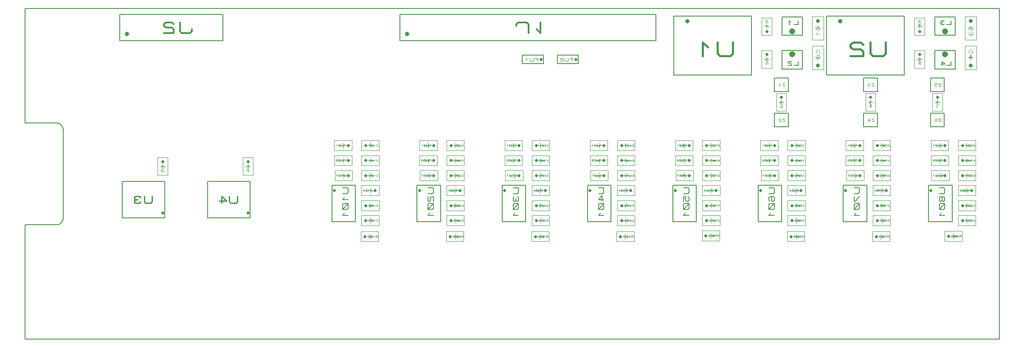
<source format=gbr>
G04 PROTEUS GERBER X2 FILE*
%TF.GenerationSoftware,Labcenter,Proteus,8.12-SP0-Build30713*%
%TF.CreationDate,2021-04-15T12:14:11+00:00*%
%TF.FileFunction,AssemblyDrawing,Bot*%
%TF.FilePolarity,Positive*%
%TF.Part,Single*%
%TF.SameCoordinates,{5a193cc5-51b4-4a6d-ad6d-b15ded965af5}*%
%FSLAX26Y26*%
%MOIN*%
G01*
%TA.AperFunction,Material*%
%ADD59C,0.001969*%
%ADD60C,0.022800*%
%ADD61C,0.002148*%
%ADD62C,0.002246*%
%ADD30C,0.008000*%
%ADD63C,0.022500*%
%ADD64C,0.006925*%
%ADD65C,0.032000*%
%ADD66C,0.014000*%
%TA.AperFunction,Profile*%
%ADD71C,0.008000*%
%TA.AperFunction,Material*%
%ADD67C,0.003333*%
%ADD68C,0.031890*%
%ADD69C,0.017358*%
%ADD74C,0.028400*%
%ADD75C,0.004345*%
%ADD76C,0.048000*%
%ADD77C,0.005000*%
%ADD78C,0.002995*%
%ADD79C,0.008898*%
%ADD80C,0.002864*%
%ADD81C,0.024000*%
%ADD82C,0.004060*%
%TD.AperFunction*%
D59*
X+4927071Y+163441D02*
X+5064866Y+163441D01*
X+5064866Y+84701D01*
X+4927071Y+84701D01*
X+4927071Y+163441D01*
X+4995969Y+104386D02*
X+4995969Y+143756D01*
X+5015654Y+124071D02*
X+4976283Y+124071D01*
D60*
X+4960535Y+124071D02*
X+4960535Y+124071D01*
D61*
X+5043056Y+119774D02*
X+5045473Y+117627D01*
X+5052721Y+117627D01*
X+5057554Y+121922D01*
X+5057554Y+126218D01*
X+5052721Y+130514D01*
X+5045473Y+130514D01*
X+5043056Y+128366D01*
X+5033390Y+124070D02*
X+5035807Y+126218D01*
X+5035807Y+128366D01*
X+5033390Y+130514D01*
X+5026142Y+130514D01*
X+5023725Y+128366D01*
X+5023725Y+126218D01*
X+5026142Y+124070D01*
X+5033390Y+124070D01*
X+5035807Y+121922D01*
X+5035807Y+119774D01*
X+5033390Y+117627D01*
X+5026142Y+117627D01*
X+5023725Y+119774D01*
X+5023725Y+121922D01*
X+5026142Y+124070D01*
X+5018893Y+119774D02*
X+5018893Y+128366D01*
X+5016477Y+130514D01*
X+5006812Y+130514D01*
X+5004395Y+128366D01*
X+5004395Y+119774D01*
X+5006812Y+117627D01*
X+5016477Y+117627D01*
X+5018893Y+119774D01*
X+5018893Y+117627D02*
X+5004395Y+130514D01*
X+4994729Y+126218D02*
X+4989897Y+130514D01*
X+4989897Y+117627D01*
D59*
X+4856205Y-151520D02*
X+4718409Y-151520D01*
X+4718409Y-72780D01*
X+4856205Y-72780D01*
X+4856205Y-151520D01*
X+4787307Y-92465D02*
X+4787307Y-131835D01*
X+4767622Y-112150D02*
X+4806992Y-112150D01*
D60*
X+4822740Y-112150D02*
X+4822740Y-112150D01*
D61*
X+4788546Y-116446D02*
X+4790963Y-118593D01*
X+4798211Y-118593D01*
X+4803044Y-114298D01*
X+4803044Y-110002D01*
X+4798211Y-105706D01*
X+4790963Y-105706D01*
X+4788546Y-107854D01*
X+4778880Y-112150D02*
X+4781297Y-110002D01*
X+4781297Y-107854D01*
X+4778880Y-105706D01*
X+4771632Y-105706D01*
X+4769215Y-107854D01*
X+4769215Y-110002D01*
X+4771632Y-112150D01*
X+4778880Y-112150D01*
X+4781297Y-114298D01*
X+4781297Y-116446D01*
X+4778880Y-118593D01*
X+4771632Y-118593D01*
X+4769215Y-116446D01*
X+4769215Y-114298D01*
X+4771632Y-112150D01*
X+4764383Y-116446D02*
X+4764383Y-107854D01*
X+4761967Y-105706D01*
X+4752302Y-105706D01*
X+4749885Y-107854D01*
X+4749885Y-116446D01*
X+4752302Y-118593D01*
X+4761967Y-118593D01*
X+4764383Y-116446D01*
X+4764383Y-118593D02*
X+4749885Y-105706D01*
X+4742636Y-105706D02*
X+4730554Y-105706D01*
X+4730554Y-107854D01*
X+4742636Y-118593D01*
D59*
X+4927071Y+45331D02*
X+5064866Y+45331D01*
X+5064866Y-33409D01*
X+4927071Y-33409D01*
X+4927071Y+45331D01*
X+4995969Y-13724D02*
X+4995969Y+25646D01*
X+5015654Y+5961D02*
X+4976283Y+5961D01*
D60*
X+4960535Y+5961D02*
X+4960535Y+5961D01*
D61*
X+5043056Y+1664D02*
X+5045473Y-483D01*
X+5052721Y-483D01*
X+5057554Y+3812D01*
X+5057554Y+8108D01*
X+5052721Y+12404D01*
X+5045473Y+12404D01*
X+5043056Y+10256D01*
X+5033390Y+5960D02*
X+5035807Y+8108D01*
X+5035807Y+10256D01*
X+5033390Y+12404D01*
X+5026142Y+12404D01*
X+5023725Y+10256D01*
X+5023725Y+8108D01*
X+5026142Y+5960D01*
X+5033390Y+5960D01*
X+5035807Y+3812D01*
X+5035807Y+1664D01*
X+5033390Y-483D01*
X+5026142Y-483D01*
X+5023725Y+1664D01*
X+5023725Y+3812D01*
X+5026142Y+5960D01*
X+5018893Y+1664D02*
X+5018893Y+10256D01*
X+5016477Y+12404D01*
X+5006812Y+12404D01*
X+5004395Y+10256D01*
X+5004395Y+1664D01*
X+5006812Y-483D01*
X+5016477Y-483D01*
X+5018893Y+1664D01*
X+5018893Y-483D02*
X+5004395Y+12404D01*
X+4997146Y+10256D02*
X+4994729Y+12404D01*
X+4987481Y+12404D01*
X+4985064Y+10256D01*
X+4985064Y+8108D01*
X+4987481Y+5960D01*
X+4994729Y+5960D01*
X+4997146Y+3812D01*
X+4997146Y-483D01*
X+4985064Y-483D01*
D59*
X+4927071Y-427110D02*
X+5064866Y-427110D01*
X+5064866Y-505850D01*
X+4927071Y-505850D01*
X+4927071Y-427110D01*
X+4995969Y-486165D02*
X+4995969Y-446795D01*
X+5015654Y-466480D02*
X+4976283Y-466480D01*
D60*
X+4960535Y-466480D02*
X+4960535Y-466480D01*
D61*
X+5043056Y-470777D02*
X+5045473Y-472924D01*
X+5052721Y-472924D01*
X+5057554Y-468629D01*
X+5057554Y-464333D01*
X+5052721Y-460037D01*
X+5045473Y-460037D01*
X+5043056Y-462185D01*
X+5033390Y-466481D02*
X+5035807Y-464333D01*
X+5035807Y-462185D01*
X+5033390Y-460037D01*
X+5026142Y-460037D01*
X+5023725Y-462185D01*
X+5023725Y-464333D01*
X+5026142Y-466481D01*
X+5033390Y-466481D01*
X+5035807Y-468629D01*
X+5035807Y-470777D01*
X+5033390Y-472924D01*
X+5026142Y-472924D01*
X+5023725Y-470777D01*
X+5023725Y-468629D01*
X+5026142Y-466481D01*
X+5018893Y-470777D02*
X+5018893Y-462185D01*
X+5016477Y-460037D01*
X+5006812Y-460037D01*
X+5004395Y-462185D01*
X+5004395Y-470777D01*
X+5006812Y-472924D01*
X+5016477Y-472924D01*
X+5018893Y-470777D01*
X+5018893Y-472924D02*
X+5004395Y-460037D01*
X+4985064Y-462185D02*
X+4987481Y-460037D01*
X+4994729Y-460037D01*
X+4997146Y-462185D01*
X+4997146Y-470777D01*
X+4994729Y-472924D01*
X+4987481Y-472924D01*
X+4985064Y-470777D01*
X+4985064Y-468629D01*
X+4987481Y-466481D01*
X+4997146Y-466481D01*
D59*
X+4927071Y-309000D02*
X+5064866Y-309000D01*
X+5064866Y-387740D01*
X+4927071Y-387740D01*
X+4927071Y-309000D01*
X+4995969Y-368055D02*
X+4995969Y-328685D01*
X+5015654Y-348370D02*
X+4976283Y-348370D01*
D60*
X+4960535Y-348370D02*
X+4960535Y-348370D01*
D61*
X+5043056Y-352666D02*
X+5045473Y-354813D01*
X+5052721Y-354813D01*
X+5057554Y-350518D01*
X+5057554Y-346222D01*
X+5052721Y-341926D01*
X+5045473Y-341926D01*
X+5043056Y-344074D01*
X+5033390Y-348370D02*
X+5035807Y-346222D01*
X+5035807Y-344074D01*
X+5033390Y-341926D01*
X+5026142Y-341926D01*
X+5023725Y-344074D01*
X+5023725Y-346222D01*
X+5026142Y-348370D01*
X+5033390Y-348370D01*
X+5035807Y-350518D01*
X+5035807Y-352666D01*
X+5033390Y-354813D01*
X+5026142Y-354813D01*
X+5023725Y-352666D01*
X+5023725Y-350518D01*
X+5026142Y-348370D01*
X+5018893Y-352666D02*
X+5018893Y-344074D01*
X+5016477Y-341926D01*
X+5006812Y-341926D01*
X+5004395Y-344074D01*
X+5004395Y-352666D01*
X+5006812Y-354813D01*
X+5016477Y-354813D01*
X+5018893Y-352666D01*
X+5018893Y-354813D02*
X+5004395Y-341926D01*
X+4985064Y-341926D02*
X+4997146Y-341926D01*
X+4997146Y-346222D01*
X+4987481Y-346222D01*
X+4985064Y-348370D01*
X+4985064Y-352666D01*
X+4987481Y-354813D01*
X+4994729Y-354813D01*
X+4997146Y-352666D01*
D59*
X+5064866Y-269630D02*
X+4927071Y-269630D01*
X+4927071Y-190890D01*
X+5064866Y-190890D01*
X+5064866Y-269630D01*
X+4995969Y-210575D02*
X+4995969Y-249945D01*
X+4976283Y-230260D02*
X+5015654Y-230260D01*
D60*
X+5031402Y-230260D02*
X+5031402Y-230260D01*
D61*
X+4997208Y-234556D02*
X+4999625Y-236703D01*
X+5006873Y-236703D01*
X+5011706Y-232408D01*
X+5011706Y-228112D01*
X+5006873Y-223816D01*
X+4999625Y-223816D01*
X+4997208Y-225964D01*
X+4987542Y-230260D02*
X+4989959Y-228112D01*
X+4989959Y-225964D01*
X+4987542Y-223816D01*
X+4980294Y-223816D01*
X+4977877Y-225964D01*
X+4977877Y-228112D01*
X+4980294Y-230260D01*
X+4987542Y-230260D01*
X+4989959Y-232408D01*
X+4989959Y-234556D01*
X+4987542Y-236703D01*
X+4980294Y-236703D01*
X+4977877Y-234556D01*
X+4977877Y-232408D01*
X+4980294Y-230260D01*
X+4973045Y-234556D02*
X+4973045Y-225964D01*
X+4970629Y-223816D01*
X+4960964Y-223816D01*
X+4958547Y-225964D01*
X+4958547Y-234556D01*
X+4960964Y-236703D01*
X+4970629Y-236703D01*
X+4973045Y-234556D01*
X+4973045Y-236703D02*
X+4958547Y-223816D01*
X+4939216Y-232408D02*
X+4953714Y-232408D01*
X+4944049Y-223816D01*
X+4944049Y-236703D01*
D59*
X+4852268Y+84701D02*
X+4714472Y+84701D01*
X+4714472Y+163441D01*
X+4852268Y+163441D01*
X+4852268Y+84701D01*
X+4783370Y+143756D02*
X+4783370Y+104386D01*
X+4763685Y+124071D02*
X+4803055Y+124071D01*
D60*
X+4822740Y+124071D02*
X+4822740Y+124071D01*
D62*
X+4802847Y+117332D02*
X+4802847Y+130809D01*
X+4790212Y+130809D01*
X+4787685Y+128563D01*
X+4787685Y+126317D01*
X+4790212Y+124070D01*
X+4802847Y+124070D01*
X+4790212Y+124070D02*
X+4787685Y+121824D01*
X+4787685Y+117332D01*
X+4777576Y+124070D02*
X+4780103Y+126317D01*
X+4780103Y+128563D01*
X+4777576Y+130809D01*
X+4769995Y+130809D01*
X+4767468Y+128563D01*
X+4767468Y+126317D01*
X+4769995Y+124070D01*
X+4777576Y+124070D01*
X+4780103Y+121824D01*
X+4780103Y+119578D01*
X+4777576Y+117332D01*
X+4769995Y+117332D01*
X+4767468Y+119578D01*
X+4767468Y+121824D01*
X+4769995Y+124070D01*
X+4762414Y+119578D02*
X+4762414Y+128563D01*
X+4759887Y+130809D01*
X+4749779Y+130809D01*
X+4747252Y+128563D01*
X+4747252Y+119578D01*
X+4749779Y+117332D01*
X+4759887Y+117332D01*
X+4762414Y+119578D01*
X+4762414Y+117332D02*
X+4747252Y+130809D01*
X+4737143Y+126317D02*
X+4732089Y+130809D01*
X+4732089Y+117332D01*
D59*
X+4852268Y-33409D02*
X+4714472Y-33409D01*
X+4714472Y+45331D01*
X+4852268Y+45331D01*
X+4852268Y-33409D01*
X+4783370Y+25646D02*
X+4783370Y-13724D01*
X+4763685Y+5961D02*
X+4803055Y+5961D01*
D60*
X+4822740Y+5961D02*
X+4822740Y+5961D01*
D62*
X+4802847Y-778D02*
X+4802847Y+12699D01*
X+4790212Y+12699D01*
X+4787685Y+10453D01*
X+4787685Y+8207D01*
X+4790212Y+5960D01*
X+4802847Y+5960D01*
X+4790212Y+5960D02*
X+4787685Y+3714D01*
X+4787685Y-778D01*
X+4777576Y+5960D02*
X+4780103Y+8207D01*
X+4780103Y+10453D01*
X+4777576Y+12699D01*
X+4769995Y+12699D01*
X+4767468Y+10453D01*
X+4767468Y+8207D01*
X+4769995Y+5960D01*
X+4777576Y+5960D01*
X+4780103Y+3714D01*
X+4780103Y+1468D01*
X+4777576Y-778D01*
X+4769995Y-778D01*
X+4767468Y+1468D01*
X+4767468Y+3714D01*
X+4769995Y+5960D01*
X+4762414Y+1468D02*
X+4762414Y+10453D01*
X+4759887Y+12699D01*
X+4749779Y+12699D01*
X+4747252Y+10453D01*
X+4747252Y+1468D01*
X+4749779Y-778D01*
X+4759887Y-778D01*
X+4762414Y+1468D01*
X+4762414Y-778D02*
X+4747252Y+12699D01*
X+4739670Y+10453D02*
X+4737143Y+12699D01*
X+4729562Y+12699D01*
X+4727035Y+10453D01*
X+4727035Y+8207D01*
X+4729562Y+5960D01*
X+4737143Y+5960D01*
X+4739670Y+3714D01*
X+4739670Y-778D01*
X+4727035Y-778D01*
D30*
X+4695535Y-475260D02*
X+4879535Y-475260D01*
X+4879535Y-190260D01*
X+4695535Y-190260D01*
X+4695535Y-475260D01*
D63*
X+4712535Y-230260D02*
X+4712535Y-230260D01*
D64*
X+4780885Y-208110D02*
X+4815510Y-208110D01*
X+4822435Y-215901D01*
X+4822435Y-247063D01*
X+4815510Y-254853D01*
X+4780885Y-254853D01*
X+4801660Y-286016D02*
X+4794735Y-278226D01*
X+4787810Y-278226D01*
X+4780885Y-286016D01*
X+4780885Y-309388D01*
X+4787810Y-317178D01*
X+4794735Y-317178D01*
X+4801660Y-309388D01*
X+4801660Y-286016D01*
X+4808585Y-278226D01*
X+4815510Y-278226D01*
X+4822435Y-286016D01*
X+4822435Y-309388D01*
X+4815510Y-317178D01*
X+4808585Y-317178D01*
X+4801660Y-309388D01*
X+4815510Y-332760D02*
X+4787810Y-332760D01*
X+4780885Y-340551D01*
X+4780885Y-371713D01*
X+4787810Y-379503D01*
X+4815510Y-379503D01*
X+4822435Y-371713D01*
X+4822435Y-340551D01*
X+4815510Y-332760D01*
X+4822435Y-332760D02*
X+4780885Y-379503D01*
X+4794735Y-410665D02*
X+4780885Y-426246D01*
X+4822435Y-426246D01*
D59*
X+4927071Y-72780D02*
X+5064866Y-72780D01*
X+5064866Y-151520D01*
X+4927071Y-151520D01*
X+4927071Y-72780D01*
X+4995969Y-131835D02*
X+4995969Y-92465D01*
X+5015654Y-112150D02*
X+4976283Y-112150D01*
D60*
X+4960535Y-112150D02*
X+4960535Y-112150D01*
D61*
X+5043056Y-116446D02*
X+5045473Y-118593D01*
X+5052721Y-118593D01*
X+5057554Y-114298D01*
X+5057554Y-110002D01*
X+5052721Y-105706D01*
X+5045473Y-105706D01*
X+5043056Y-107854D01*
X+5033390Y-112150D02*
X+5035807Y-110002D01*
X+5035807Y-107854D01*
X+5033390Y-105706D01*
X+5026142Y-105706D01*
X+5023725Y-107854D01*
X+5023725Y-110002D01*
X+5026142Y-112150D01*
X+5033390Y-112150D01*
X+5035807Y-114298D01*
X+5035807Y-116446D01*
X+5033390Y-118593D01*
X+5026142Y-118593D01*
X+5023725Y-116446D01*
X+5023725Y-114298D01*
X+5026142Y-112150D01*
X+5018893Y-116446D02*
X+5018893Y-107854D01*
X+5016477Y-105706D01*
X+5006812Y-105706D01*
X+5004395Y-107854D01*
X+5004395Y-116446D01*
X+5006812Y-118593D01*
X+5016477Y-118593D01*
X+5018893Y-116446D01*
X+5018893Y-118593D02*
X+5004395Y-105706D01*
X+4997146Y-107854D02*
X+4994729Y-105706D01*
X+4987481Y-105706D01*
X+4985064Y-107854D01*
X+4985064Y-110002D01*
X+4987481Y-112150D01*
X+4985064Y-114298D01*
X+4985064Y-116446D01*
X+4987481Y-118593D01*
X+4994729Y-118593D01*
X+4997146Y-116446D01*
X+4992313Y-112150D02*
X+4987481Y-112150D01*
D59*
X+4257780Y+163441D02*
X+4395575Y+163441D01*
X+4395575Y+84701D01*
X+4257780Y+84701D01*
X+4257780Y+163441D01*
X+4326677Y+104386D02*
X+4326677Y+143756D01*
X+4346362Y+124071D02*
X+4306992Y+124071D01*
D60*
X+4291244Y+124071D02*
X+4291244Y+124071D01*
D61*
X+4373765Y+119774D02*
X+4376182Y+117627D01*
X+4383430Y+117627D01*
X+4388263Y+121922D01*
X+4388263Y+126218D01*
X+4383430Y+130514D01*
X+4376182Y+130514D01*
X+4373765Y+128366D01*
X+4366516Y+130514D02*
X+4354434Y+130514D01*
X+4354434Y+128366D01*
X+4366516Y+117627D01*
X+4349602Y+119774D02*
X+4349602Y+128366D01*
X+4347186Y+130514D01*
X+4337521Y+130514D01*
X+4335104Y+128366D01*
X+4335104Y+119774D01*
X+4337521Y+117627D01*
X+4347186Y+117627D01*
X+4349602Y+119774D01*
X+4349602Y+117627D02*
X+4335104Y+130514D01*
X+4325438Y+126218D02*
X+4320606Y+130514D01*
X+4320606Y+117627D01*
D59*
X+4186913Y-151520D02*
X+4049118Y-151520D01*
X+4049118Y-72780D01*
X+4186913Y-72780D01*
X+4186913Y-151520D01*
X+4118016Y-92465D02*
X+4118016Y-131835D01*
X+4098331Y-112150D02*
X+4137701Y-112150D01*
D60*
X+4153449Y-112150D02*
X+4153449Y-112150D01*
D61*
X+4119255Y-116446D02*
X+4121672Y-118593D01*
X+4128920Y-118593D01*
X+4133753Y-114298D01*
X+4133753Y-110002D01*
X+4128920Y-105706D01*
X+4121672Y-105706D01*
X+4119255Y-107854D01*
X+4112006Y-105706D02*
X+4099924Y-105706D01*
X+4099924Y-107854D01*
X+4112006Y-118593D01*
X+4095092Y-116446D02*
X+4095092Y-107854D01*
X+4092676Y-105706D01*
X+4083011Y-105706D01*
X+4080594Y-107854D01*
X+4080594Y-116446D01*
X+4083011Y-118593D01*
X+4092676Y-118593D01*
X+4095092Y-116446D01*
X+4095092Y-118593D02*
X+4080594Y-105706D01*
X+4073345Y-105706D02*
X+4061263Y-105706D01*
X+4061263Y-107854D01*
X+4073345Y-118593D01*
D59*
X+4257780Y+45331D02*
X+4395575Y+45331D01*
X+4395575Y-33409D01*
X+4257780Y-33409D01*
X+4257780Y+45331D01*
X+4326677Y-13724D02*
X+4326677Y+25646D01*
X+4346362Y+5961D02*
X+4306992Y+5961D01*
D60*
X+4291244Y+5961D02*
X+4291244Y+5961D01*
D61*
X+4373765Y+1664D02*
X+4376182Y-483D01*
X+4383430Y-483D01*
X+4388263Y+3812D01*
X+4388263Y+8108D01*
X+4383430Y+12404D01*
X+4376182Y+12404D01*
X+4373765Y+10256D01*
X+4366516Y+12404D02*
X+4354434Y+12404D01*
X+4354434Y+10256D01*
X+4366516Y-483D01*
X+4349602Y+1664D02*
X+4349602Y+10256D01*
X+4347186Y+12404D01*
X+4337521Y+12404D01*
X+4335104Y+10256D01*
X+4335104Y+1664D01*
X+4337521Y-483D01*
X+4347186Y-483D01*
X+4349602Y+1664D01*
X+4349602Y-483D02*
X+4335104Y+12404D01*
X+4327855Y+10256D02*
X+4325438Y+12404D01*
X+4318190Y+12404D01*
X+4315773Y+10256D01*
X+4315773Y+8108D01*
X+4318190Y+5960D01*
X+4325438Y+5960D01*
X+4327855Y+3812D01*
X+4327855Y-483D01*
X+4315773Y-483D01*
D59*
X+4257780Y-427110D02*
X+4395575Y-427110D01*
X+4395575Y-505850D01*
X+4257780Y-505850D01*
X+4257780Y-427110D01*
X+4326677Y-486165D02*
X+4326677Y-446795D01*
X+4346362Y-466480D02*
X+4306992Y-466480D01*
D60*
X+4291244Y-466480D02*
X+4291244Y-466480D01*
D61*
X+4373765Y-470777D02*
X+4376182Y-472924D01*
X+4383430Y-472924D01*
X+4388263Y-468629D01*
X+4388263Y-464333D01*
X+4383430Y-460037D01*
X+4376182Y-460037D01*
X+4373765Y-462185D01*
X+4366516Y-460037D02*
X+4354434Y-460037D01*
X+4354434Y-462185D01*
X+4366516Y-472924D01*
X+4349602Y-470777D02*
X+4349602Y-462185D01*
X+4347186Y-460037D01*
X+4337521Y-460037D01*
X+4335104Y-462185D01*
X+4335104Y-470777D01*
X+4337521Y-472924D01*
X+4347186Y-472924D01*
X+4349602Y-470777D01*
X+4349602Y-472924D02*
X+4335104Y-460037D01*
X+4315773Y-462185D02*
X+4318190Y-460037D01*
X+4325438Y-460037D01*
X+4327855Y-462185D01*
X+4327855Y-470777D01*
X+4325438Y-472924D01*
X+4318190Y-472924D01*
X+4315773Y-470777D01*
X+4315773Y-468629D01*
X+4318190Y-466481D01*
X+4327855Y-466481D01*
D59*
X+4257780Y-309000D02*
X+4395575Y-309000D01*
X+4395575Y-387740D01*
X+4257780Y-387740D01*
X+4257780Y-309000D01*
X+4326677Y-368055D02*
X+4326677Y-328685D01*
X+4346362Y-348370D02*
X+4306992Y-348370D01*
D60*
X+4291244Y-348370D02*
X+4291244Y-348370D01*
D61*
X+4373765Y-352666D02*
X+4376182Y-354813D01*
X+4383430Y-354813D01*
X+4388263Y-350518D01*
X+4388263Y-346222D01*
X+4383430Y-341926D01*
X+4376182Y-341926D01*
X+4373765Y-344074D01*
X+4366516Y-341926D02*
X+4354434Y-341926D01*
X+4354434Y-344074D01*
X+4366516Y-354813D01*
X+4349602Y-352666D02*
X+4349602Y-344074D01*
X+4347186Y-341926D01*
X+4337521Y-341926D01*
X+4335104Y-344074D01*
X+4335104Y-352666D01*
X+4337521Y-354813D01*
X+4347186Y-354813D01*
X+4349602Y-352666D01*
X+4349602Y-354813D02*
X+4335104Y-341926D01*
X+4315773Y-341926D02*
X+4327855Y-341926D01*
X+4327855Y-346222D01*
X+4318190Y-346222D01*
X+4315773Y-348370D01*
X+4315773Y-352666D01*
X+4318190Y-354813D01*
X+4325438Y-354813D01*
X+4327855Y-352666D01*
D59*
X+4395575Y-269630D02*
X+4257780Y-269630D01*
X+4257780Y-190890D01*
X+4395575Y-190890D01*
X+4395575Y-269630D01*
X+4326677Y-210575D02*
X+4326677Y-249945D01*
X+4306992Y-230260D02*
X+4346362Y-230260D01*
D60*
X+4362110Y-230260D02*
X+4362110Y-230260D01*
D61*
X+4327916Y-234556D02*
X+4330333Y-236703D01*
X+4337581Y-236703D01*
X+4342414Y-232408D01*
X+4342414Y-228112D01*
X+4337581Y-223816D01*
X+4330333Y-223816D01*
X+4327916Y-225964D01*
X+4320667Y-223816D02*
X+4308585Y-223816D01*
X+4308585Y-225964D01*
X+4320667Y-236703D01*
X+4303753Y-234556D02*
X+4303753Y-225964D01*
X+4301337Y-223816D01*
X+4291672Y-223816D01*
X+4289255Y-225964D01*
X+4289255Y-234556D01*
X+4291672Y-236703D01*
X+4301337Y-236703D01*
X+4303753Y-234556D01*
X+4303753Y-236703D02*
X+4289255Y-223816D01*
X+4269924Y-232408D02*
X+4284422Y-232408D01*
X+4274757Y-223816D01*
X+4274757Y-236703D01*
D59*
X+4182976Y+84701D02*
X+4045181Y+84701D01*
X+4045181Y+163441D01*
X+4182976Y+163441D01*
X+4182976Y+84701D01*
X+4114079Y+143756D02*
X+4114079Y+104386D01*
X+4094394Y+124071D02*
X+4133764Y+124071D01*
D60*
X+4153449Y+124071D02*
X+4153449Y+124071D01*
D62*
X+4133556Y+117332D02*
X+4133556Y+130809D01*
X+4120921Y+130809D01*
X+4118394Y+128563D01*
X+4118394Y+126317D01*
X+4120921Y+124070D01*
X+4133556Y+124070D01*
X+4120921Y+124070D02*
X+4118394Y+121824D01*
X+4118394Y+117332D01*
X+4110812Y+130809D02*
X+4098177Y+130809D01*
X+4098177Y+128563D01*
X+4110812Y+117332D01*
X+4093123Y+119578D02*
X+4093123Y+128563D01*
X+4090596Y+130809D01*
X+4080488Y+130809D01*
X+4077961Y+128563D01*
X+4077961Y+119578D01*
X+4080488Y+117332D01*
X+4090596Y+117332D01*
X+4093123Y+119578D01*
X+4093123Y+117332D02*
X+4077961Y+130809D01*
X+4067852Y+126317D02*
X+4062798Y+130809D01*
X+4062798Y+117332D01*
D59*
X+4182976Y-33409D02*
X+4045181Y-33409D01*
X+4045181Y+45331D01*
X+4182976Y+45331D01*
X+4182976Y-33409D01*
X+4114079Y+25646D02*
X+4114079Y-13724D01*
X+4094394Y+5961D02*
X+4133764Y+5961D01*
D60*
X+4153449Y+5961D02*
X+4153449Y+5961D01*
D62*
X+4133556Y-778D02*
X+4133556Y+12699D01*
X+4120921Y+12699D01*
X+4118394Y+10453D01*
X+4118394Y+8207D01*
X+4120921Y+5960D01*
X+4133556Y+5960D01*
X+4120921Y+5960D02*
X+4118394Y+3714D01*
X+4118394Y-778D01*
X+4110812Y+12699D02*
X+4098177Y+12699D01*
X+4098177Y+10453D01*
X+4110812Y-778D01*
X+4093123Y+1468D02*
X+4093123Y+10453D01*
X+4090596Y+12699D01*
X+4080488Y+12699D01*
X+4077961Y+10453D01*
X+4077961Y+1468D01*
X+4080488Y-778D01*
X+4090596Y-778D01*
X+4093123Y+1468D01*
X+4093123Y-778D02*
X+4077961Y+12699D01*
X+4070379Y+10453D02*
X+4067852Y+12699D01*
X+4060271Y+12699D01*
X+4057744Y+10453D01*
X+4057744Y+8207D01*
X+4060271Y+5960D01*
X+4067852Y+5960D01*
X+4070379Y+3714D01*
X+4070379Y-778D01*
X+4057744Y-778D01*
D30*
X+4025819Y-475260D02*
X+4209819Y-475260D01*
X+4209819Y-190260D01*
X+4025819Y-190260D01*
X+4025819Y-475260D01*
D63*
X+4042819Y-230260D02*
X+4042819Y-230260D01*
D64*
X+4111169Y-208110D02*
X+4145794Y-208110D01*
X+4152719Y-215901D01*
X+4152719Y-247063D01*
X+4145794Y-254853D01*
X+4111169Y-254853D01*
X+4111169Y-278226D02*
X+4111169Y-317178D01*
X+4118094Y-317178D01*
X+4152719Y-278226D01*
X+4145794Y-332760D02*
X+4118094Y-332760D01*
X+4111169Y-340551D01*
X+4111169Y-371713D01*
X+4118094Y-379503D01*
X+4145794Y-379503D01*
X+4152719Y-371713D01*
X+4152719Y-340551D01*
X+4145794Y-332760D01*
X+4152719Y-332760D02*
X+4111169Y-379503D01*
X+4125019Y-410665D02*
X+4111169Y-426246D01*
X+4152719Y-426246D01*
D59*
X+4257780Y-72780D02*
X+4395575Y-72780D01*
X+4395575Y-151520D01*
X+4257780Y-151520D01*
X+4257780Y-72780D01*
X+4326677Y-131835D02*
X+4326677Y-92465D01*
X+4346362Y-112150D02*
X+4306992Y-112150D01*
D60*
X+4291244Y-112150D02*
X+4291244Y-112150D01*
D61*
X+4373765Y-116446D02*
X+4376182Y-118593D01*
X+4383430Y-118593D01*
X+4388263Y-114298D01*
X+4388263Y-110002D01*
X+4383430Y-105706D01*
X+4376182Y-105706D01*
X+4373765Y-107854D01*
X+4366516Y-105706D02*
X+4354434Y-105706D01*
X+4354434Y-107854D01*
X+4366516Y-118593D01*
X+4349602Y-116446D02*
X+4349602Y-107854D01*
X+4347186Y-105706D01*
X+4337521Y-105706D01*
X+4335104Y-107854D01*
X+4335104Y-116446D01*
X+4337521Y-118593D01*
X+4347186Y-118593D01*
X+4349602Y-116446D01*
X+4349602Y-118593D02*
X+4335104Y-105706D01*
X+4327855Y-107854D02*
X+4325438Y-105706D01*
X+4318190Y-105706D01*
X+4315773Y-107854D01*
X+4315773Y-110002D01*
X+4318190Y-112150D01*
X+4315773Y-114298D01*
X+4315773Y-116446D01*
X+4318190Y-118593D01*
X+4325438Y-118593D01*
X+4327855Y-116446D01*
X+4323022Y-112150D02*
X+4318190Y-112150D01*
D59*
X+3588488Y+163441D02*
X+3726283Y+163441D01*
X+3726283Y+84701D01*
X+3588488Y+84701D01*
X+3588488Y+163441D01*
X+3657386Y+104386D02*
X+3657386Y+143756D01*
X+3677071Y+124071D02*
X+3637701Y+124071D01*
D60*
X+3621953Y+124071D02*
X+3621953Y+124071D01*
D61*
X+3704474Y+119774D02*
X+3706891Y+117627D01*
X+3714139Y+117627D01*
X+3718972Y+121922D01*
X+3718972Y+126218D01*
X+3714139Y+130514D01*
X+3706891Y+130514D01*
X+3704474Y+128366D01*
X+3685143Y+128366D02*
X+3687560Y+130514D01*
X+3694808Y+130514D01*
X+3697225Y+128366D01*
X+3697225Y+119774D01*
X+3694808Y+117627D01*
X+3687560Y+117627D01*
X+3685143Y+119774D01*
X+3685143Y+121922D01*
X+3687560Y+124070D01*
X+3697225Y+124070D01*
X+3680311Y+119774D02*
X+3680311Y+128366D01*
X+3677895Y+130514D01*
X+3668230Y+130514D01*
X+3665813Y+128366D01*
X+3665813Y+119774D01*
X+3668230Y+117627D01*
X+3677895Y+117627D01*
X+3680311Y+119774D01*
X+3680311Y+117627D02*
X+3665813Y+130514D01*
X+3656147Y+126218D02*
X+3651315Y+130514D01*
X+3651315Y+117627D01*
D59*
X+3517622Y-151520D02*
X+3379827Y-151520D01*
X+3379827Y-72780D01*
X+3517622Y-72780D01*
X+3517622Y-151520D01*
X+3448724Y-92465D02*
X+3448724Y-131835D01*
X+3429039Y-112150D02*
X+3468409Y-112150D01*
D60*
X+3484157Y-112150D02*
X+3484157Y-112150D01*
D61*
X+3449963Y-116446D02*
X+3452380Y-118593D01*
X+3459628Y-118593D01*
X+3464461Y-114298D01*
X+3464461Y-110002D01*
X+3459628Y-105706D01*
X+3452380Y-105706D01*
X+3449963Y-107854D01*
X+3430632Y-107854D02*
X+3433049Y-105706D01*
X+3440297Y-105706D01*
X+3442714Y-107854D01*
X+3442714Y-116446D01*
X+3440297Y-118593D01*
X+3433049Y-118593D01*
X+3430632Y-116446D01*
X+3430632Y-114298D01*
X+3433049Y-112150D01*
X+3442714Y-112150D01*
X+3425800Y-116446D02*
X+3425800Y-107854D01*
X+3423384Y-105706D01*
X+3413719Y-105706D01*
X+3411302Y-107854D01*
X+3411302Y-116446D01*
X+3413719Y-118593D01*
X+3423384Y-118593D01*
X+3425800Y-116446D01*
X+3425800Y-118593D02*
X+3411302Y-105706D01*
X+3404053Y-105706D02*
X+3391971Y-105706D01*
X+3391971Y-107854D01*
X+3404053Y-118593D01*
D59*
X+3588488Y+45331D02*
X+3726283Y+45331D01*
X+3726283Y-33409D01*
X+3588488Y-33409D01*
X+3588488Y+45331D01*
X+3657386Y-13724D02*
X+3657386Y+25646D01*
X+3677071Y+5961D02*
X+3637701Y+5961D01*
D60*
X+3621953Y+5961D02*
X+3621953Y+5961D01*
D61*
X+3704474Y+1664D02*
X+3706891Y-483D01*
X+3714139Y-483D01*
X+3718972Y+3812D01*
X+3718972Y+8108D01*
X+3714139Y+12404D01*
X+3706891Y+12404D01*
X+3704474Y+10256D01*
X+3685143Y+10256D02*
X+3687560Y+12404D01*
X+3694808Y+12404D01*
X+3697225Y+10256D01*
X+3697225Y+1664D01*
X+3694808Y-483D01*
X+3687560Y-483D01*
X+3685143Y+1664D01*
X+3685143Y+3812D01*
X+3687560Y+5960D01*
X+3697225Y+5960D01*
X+3680311Y+1664D02*
X+3680311Y+10256D01*
X+3677895Y+12404D01*
X+3668230Y+12404D01*
X+3665813Y+10256D01*
X+3665813Y+1664D01*
X+3668230Y-483D01*
X+3677895Y-483D01*
X+3680311Y+1664D01*
X+3680311Y-483D02*
X+3665813Y+12404D01*
X+3658564Y+10256D02*
X+3656147Y+12404D01*
X+3648899Y+12404D01*
X+3646482Y+10256D01*
X+3646482Y+8108D01*
X+3648899Y+5960D01*
X+3656147Y+5960D01*
X+3658564Y+3812D01*
X+3658564Y-483D01*
X+3646482Y-483D01*
D59*
X+3588488Y-427110D02*
X+3726283Y-427110D01*
X+3726283Y-505850D01*
X+3588488Y-505850D01*
X+3588488Y-427110D01*
X+3657386Y-486165D02*
X+3657386Y-446795D01*
X+3677071Y-466480D02*
X+3637701Y-466480D01*
D60*
X+3621953Y-466480D02*
X+3621953Y-466480D01*
D61*
X+3704474Y-470777D02*
X+3706891Y-472924D01*
X+3714139Y-472924D01*
X+3718972Y-468629D01*
X+3718972Y-464333D01*
X+3714139Y-460037D01*
X+3706891Y-460037D01*
X+3704474Y-462185D01*
X+3685143Y-462185D02*
X+3687560Y-460037D01*
X+3694808Y-460037D01*
X+3697225Y-462185D01*
X+3697225Y-470777D01*
X+3694808Y-472924D01*
X+3687560Y-472924D01*
X+3685143Y-470777D01*
X+3685143Y-468629D01*
X+3687560Y-466481D01*
X+3697225Y-466481D01*
X+3680311Y-470777D02*
X+3680311Y-462185D01*
X+3677895Y-460037D01*
X+3668230Y-460037D01*
X+3665813Y-462185D01*
X+3665813Y-470777D01*
X+3668230Y-472924D01*
X+3677895Y-472924D01*
X+3680311Y-470777D01*
X+3680311Y-472924D02*
X+3665813Y-460037D01*
X+3646482Y-462185D02*
X+3648899Y-460037D01*
X+3656147Y-460037D01*
X+3658564Y-462185D01*
X+3658564Y-470777D01*
X+3656147Y-472924D01*
X+3648899Y-472924D01*
X+3646482Y-470777D01*
X+3646482Y-468629D01*
X+3648899Y-466481D01*
X+3658564Y-466481D01*
D59*
X+3588488Y-309000D02*
X+3726283Y-309000D01*
X+3726283Y-387740D01*
X+3588488Y-387740D01*
X+3588488Y-309000D01*
X+3657386Y-368055D02*
X+3657386Y-328685D01*
X+3677071Y-348370D02*
X+3637701Y-348370D01*
D60*
X+3621953Y-348370D02*
X+3621953Y-348370D01*
D61*
X+3704474Y-352666D02*
X+3706891Y-354813D01*
X+3714139Y-354813D01*
X+3718972Y-350518D01*
X+3718972Y-346222D01*
X+3714139Y-341926D01*
X+3706891Y-341926D01*
X+3704474Y-344074D01*
X+3685143Y-344074D02*
X+3687560Y-341926D01*
X+3694808Y-341926D01*
X+3697225Y-344074D01*
X+3697225Y-352666D01*
X+3694808Y-354813D01*
X+3687560Y-354813D01*
X+3685143Y-352666D01*
X+3685143Y-350518D01*
X+3687560Y-348370D01*
X+3697225Y-348370D01*
X+3680311Y-352666D02*
X+3680311Y-344074D01*
X+3677895Y-341926D01*
X+3668230Y-341926D01*
X+3665813Y-344074D01*
X+3665813Y-352666D01*
X+3668230Y-354813D01*
X+3677895Y-354813D01*
X+3680311Y-352666D01*
X+3680311Y-354813D02*
X+3665813Y-341926D01*
X+3646482Y-341926D02*
X+3658564Y-341926D01*
X+3658564Y-346222D01*
X+3648899Y-346222D01*
X+3646482Y-348370D01*
X+3646482Y-352666D01*
X+3648899Y-354813D01*
X+3656147Y-354813D01*
X+3658564Y-352666D01*
D59*
X+3726283Y-269630D02*
X+3588488Y-269630D01*
X+3588488Y-190890D01*
X+3726283Y-190890D01*
X+3726283Y-269630D01*
X+3657386Y-210575D02*
X+3657386Y-249945D01*
X+3637701Y-230260D02*
X+3677071Y-230260D01*
D60*
X+3692819Y-230260D02*
X+3692819Y-230260D01*
D61*
X+3658625Y-234556D02*
X+3661042Y-236703D01*
X+3668290Y-236703D01*
X+3673123Y-232408D01*
X+3673123Y-228112D01*
X+3668290Y-223816D01*
X+3661042Y-223816D01*
X+3658625Y-225964D01*
X+3639294Y-225964D02*
X+3641711Y-223816D01*
X+3648959Y-223816D01*
X+3651376Y-225964D01*
X+3651376Y-234556D01*
X+3648959Y-236703D01*
X+3641711Y-236703D01*
X+3639294Y-234556D01*
X+3639294Y-232408D01*
X+3641711Y-230260D01*
X+3651376Y-230260D01*
X+3634462Y-234556D02*
X+3634462Y-225964D01*
X+3632046Y-223816D01*
X+3622381Y-223816D01*
X+3619964Y-225964D01*
X+3619964Y-234556D01*
X+3622381Y-236703D01*
X+3632046Y-236703D01*
X+3634462Y-234556D01*
X+3634462Y-236703D02*
X+3619964Y-223816D01*
X+3600633Y-232408D02*
X+3615131Y-232408D01*
X+3605466Y-223816D01*
X+3605466Y-236703D01*
D59*
X+3513685Y+84701D02*
X+3375890Y+84701D01*
X+3375890Y+163441D01*
X+3513685Y+163441D01*
X+3513685Y+84701D01*
X+3444787Y+143756D02*
X+3444787Y+104386D01*
X+3425102Y+124071D02*
X+3464472Y+124071D01*
D60*
X+3484157Y+124071D02*
X+3484157Y+124071D01*
D62*
X+3464265Y+117332D02*
X+3464265Y+130809D01*
X+3451630Y+130809D01*
X+3449103Y+128563D01*
X+3449103Y+126317D01*
X+3451630Y+124070D01*
X+3464265Y+124070D01*
X+3451630Y+124070D02*
X+3449103Y+121824D01*
X+3449103Y+117332D01*
X+3428886Y+128563D02*
X+3431413Y+130809D01*
X+3438994Y+130809D01*
X+3441521Y+128563D01*
X+3441521Y+119578D01*
X+3438994Y+117332D01*
X+3431413Y+117332D01*
X+3428886Y+119578D01*
X+3428886Y+121824D01*
X+3431413Y+124070D01*
X+3441521Y+124070D01*
X+3423832Y+119578D02*
X+3423832Y+128563D01*
X+3421305Y+130809D01*
X+3411197Y+130809D01*
X+3408670Y+128563D01*
X+3408670Y+119578D01*
X+3411197Y+117332D01*
X+3421305Y+117332D01*
X+3423832Y+119578D01*
X+3423832Y+117332D02*
X+3408670Y+130809D01*
X+3398561Y+126317D02*
X+3393507Y+130809D01*
X+3393507Y+117332D01*
D59*
X+3513685Y-33409D02*
X+3375890Y-33409D01*
X+3375890Y+45331D01*
X+3513685Y+45331D01*
X+3513685Y-33409D01*
X+3444787Y+25646D02*
X+3444787Y-13724D01*
X+3425102Y+5961D02*
X+3464472Y+5961D01*
D60*
X+3484157Y+5961D02*
X+3484157Y+5961D01*
D62*
X+3464265Y-778D02*
X+3464265Y+12699D01*
X+3451630Y+12699D01*
X+3449103Y+10453D01*
X+3449103Y+8207D01*
X+3451630Y+5960D01*
X+3464265Y+5960D01*
X+3451630Y+5960D02*
X+3449103Y+3714D01*
X+3449103Y-778D01*
X+3428886Y+10453D02*
X+3431413Y+12699D01*
X+3438994Y+12699D01*
X+3441521Y+10453D01*
X+3441521Y+1468D01*
X+3438994Y-778D01*
X+3431413Y-778D01*
X+3428886Y+1468D01*
X+3428886Y+3714D01*
X+3431413Y+5960D01*
X+3441521Y+5960D01*
X+3423832Y+1468D02*
X+3423832Y+10453D01*
X+3421305Y+12699D01*
X+3411197Y+12699D01*
X+3408670Y+10453D01*
X+3408670Y+1468D01*
X+3411197Y-778D01*
X+3421305Y-778D01*
X+3423832Y+1468D01*
X+3423832Y-778D02*
X+3408670Y+12699D01*
X+3401088Y+10453D02*
X+3398561Y+12699D01*
X+3390980Y+12699D01*
X+3388453Y+10453D01*
X+3388453Y+8207D01*
X+3390980Y+5960D01*
X+3398561Y+5960D01*
X+3401088Y+3714D01*
X+3401088Y-778D01*
X+3388453Y-778D01*
D30*
X+3356528Y-475260D02*
X+3540528Y-475260D01*
X+3540528Y-190260D01*
X+3356528Y-190260D01*
X+3356528Y-475260D01*
D63*
X+3373528Y-230260D02*
X+3373528Y-230260D01*
D64*
X+3441877Y-208110D02*
X+3476502Y-208110D01*
X+3483427Y-215901D01*
X+3483427Y-247063D01*
X+3476502Y-254853D01*
X+3441877Y-254853D01*
X+3448802Y-317178D02*
X+3441877Y-309388D01*
X+3441877Y-286016D01*
X+3448802Y-278226D01*
X+3476502Y-278226D01*
X+3483427Y-286016D01*
X+3483427Y-309388D01*
X+3476502Y-317178D01*
X+3469577Y-317178D01*
X+3462652Y-309388D01*
X+3462652Y-278226D01*
X+3476502Y-332760D02*
X+3448802Y-332760D01*
X+3441877Y-340551D01*
X+3441877Y-371713D01*
X+3448802Y-379503D01*
X+3476502Y-379503D01*
X+3483427Y-371713D01*
X+3483427Y-340551D01*
X+3476502Y-332760D01*
X+3483427Y-332760D02*
X+3441877Y-379503D01*
X+3455727Y-410665D02*
X+3441877Y-426246D01*
X+3483427Y-426246D01*
D59*
X+3588488Y-72780D02*
X+3726283Y-72780D01*
X+3726283Y-151520D01*
X+3588488Y-151520D01*
X+3588488Y-72780D01*
X+3657386Y-131835D02*
X+3657386Y-92465D01*
X+3677071Y-112150D02*
X+3637701Y-112150D01*
D60*
X+3621953Y-112150D02*
X+3621953Y-112150D01*
D61*
X+3704474Y-116446D02*
X+3706891Y-118593D01*
X+3714139Y-118593D01*
X+3718972Y-114298D01*
X+3718972Y-110002D01*
X+3714139Y-105706D01*
X+3706891Y-105706D01*
X+3704474Y-107854D01*
X+3685143Y-107854D02*
X+3687560Y-105706D01*
X+3694808Y-105706D01*
X+3697225Y-107854D01*
X+3697225Y-116446D01*
X+3694808Y-118593D01*
X+3687560Y-118593D01*
X+3685143Y-116446D01*
X+3685143Y-114298D01*
X+3687560Y-112150D01*
X+3697225Y-112150D01*
X+3680311Y-116446D02*
X+3680311Y-107854D01*
X+3677895Y-105706D01*
X+3668230Y-105706D01*
X+3665813Y-107854D01*
X+3665813Y-116446D01*
X+3668230Y-118593D01*
X+3677895Y-118593D01*
X+3680311Y-116446D01*
X+3680311Y-118593D02*
X+3665813Y-105706D01*
X+3658564Y-107854D02*
X+3656147Y-105706D01*
X+3648899Y-105706D01*
X+3646482Y-107854D01*
X+3646482Y-110002D01*
X+3648899Y-112150D01*
X+3646482Y-114298D01*
X+3646482Y-116446D01*
X+3648899Y-118593D01*
X+3656147Y-118593D01*
X+3658564Y-116446D01*
X+3653731Y-112150D02*
X+3648899Y-112150D01*
D59*
X+2919197Y+163441D02*
X+3056992Y+163441D01*
X+3056992Y+84701D01*
X+2919197Y+84701D01*
X+2919197Y+163441D01*
X+2988094Y+104386D02*
X+2988094Y+143756D01*
X+3007780Y+124071D02*
X+2968409Y+124071D01*
D60*
X+2952661Y+124071D02*
X+2952661Y+124071D01*
D61*
X+3035182Y+119774D02*
X+3037599Y+117627D01*
X+3044847Y+117627D01*
X+3049680Y+121922D01*
X+3049680Y+126218D01*
X+3044847Y+130514D01*
X+3037599Y+130514D01*
X+3035182Y+128366D01*
X+3015851Y+130514D02*
X+3027933Y+130514D01*
X+3027933Y+126218D01*
X+3018268Y+126218D01*
X+3015851Y+124070D01*
X+3015851Y+119774D01*
X+3018268Y+117627D01*
X+3025516Y+117627D01*
X+3027933Y+119774D01*
X+3011019Y+119774D02*
X+3011019Y+128366D01*
X+3008603Y+130514D01*
X+2998938Y+130514D01*
X+2996521Y+128366D01*
X+2996521Y+119774D01*
X+2998938Y+117627D01*
X+3008603Y+117627D01*
X+3011019Y+119774D01*
X+3011019Y+117627D02*
X+2996521Y+130514D01*
X+2986855Y+126218D02*
X+2982023Y+130514D01*
X+2982023Y+117627D01*
D59*
X+2848331Y-151520D02*
X+2710535Y-151520D01*
X+2710535Y-72780D01*
X+2848331Y-72780D01*
X+2848331Y-151520D01*
X+2779433Y-92465D02*
X+2779433Y-131835D01*
X+2759748Y-112150D02*
X+2799118Y-112150D01*
D60*
X+2814866Y-112150D02*
X+2814866Y-112150D01*
D61*
X+2780672Y-116446D02*
X+2783089Y-118593D01*
X+2790337Y-118593D01*
X+2795170Y-114298D01*
X+2795170Y-110002D01*
X+2790337Y-105706D01*
X+2783089Y-105706D01*
X+2780672Y-107854D01*
X+2761341Y-105706D02*
X+2773423Y-105706D01*
X+2773423Y-110002D01*
X+2763758Y-110002D01*
X+2761341Y-112150D01*
X+2761341Y-116446D01*
X+2763758Y-118593D01*
X+2771006Y-118593D01*
X+2773423Y-116446D01*
X+2756509Y-116446D02*
X+2756509Y-107854D01*
X+2754093Y-105706D01*
X+2744428Y-105706D01*
X+2742011Y-107854D01*
X+2742011Y-116446D01*
X+2744428Y-118593D01*
X+2754093Y-118593D01*
X+2756509Y-116446D01*
X+2756509Y-118593D02*
X+2742011Y-105706D01*
X+2734762Y-105706D02*
X+2722680Y-105706D01*
X+2722680Y-107854D01*
X+2734762Y-118593D01*
D59*
X+2919197Y+45331D02*
X+3056992Y+45331D01*
X+3056992Y-33409D01*
X+2919197Y-33409D01*
X+2919197Y+45331D01*
X+2988094Y-13724D02*
X+2988094Y+25646D01*
X+3007780Y+5961D02*
X+2968409Y+5961D01*
D60*
X+2952661Y+5961D02*
X+2952661Y+5961D01*
D61*
X+3035182Y+1664D02*
X+3037599Y-483D01*
X+3044847Y-483D01*
X+3049680Y+3812D01*
X+3049680Y+8108D01*
X+3044847Y+12404D01*
X+3037599Y+12404D01*
X+3035182Y+10256D01*
X+3015851Y+12404D02*
X+3027933Y+12404D01*
X+3027933Y+8108D01*
X+3018268Y+8108D01*
X+3015851Y+5960D01*
X+3015851Y+1664D01*
X+3018268Y-483D01*
X+3025516Y-483D01*
X+3027933Y+1664D01*
X+3011019Y+1664D02*
X+3011019Y+10256D01*
X+3008603Y+12404D01*
X+2998938Y+12404D01*
X+2996521Y+10256D01*
X+2996521Y+1664D01*
X+2998938Y-483D01*
X+3008603Y-483D01*
X+3011019Y+1664D01*
X+3011019Y-483D02*
X+2996521Y+12404D01*
X+2989272Y+10256D02*
X+2986855Y+12404D01*
X+2979607Y+12404D01*
X+2977190Y+10256D01*
X+2977190Y+8108D01*
X+2979607Y+5960D01*
X+2986855Y+5960D01*
X+2989272Y+3812D01*
X+2989272Y-483D01*
X+2977190Y-483D01*
D59*
X+2919197Y-427110D02*
X+3056992Y-427110D01*
X+3056992Y-505850D01*
X+2919197Y-505850D01*
X+2919197Y-427110D01*
X+2988094Y-486165D02*
X+2988094Y-446795D01*
X+3007780Y-466480D02*
X+2968409Y-466480D01*
D60*
X+2952661Y-466480D02*
X+2952661Y-466480D01*
D61*
X+3035182Y-470777D02*
X+3037599Y-472924D01*
X+3044847Y-472924D01*
X+3049680Y-468629D01*
X+3049680Y-464333D01*
X+3044847Y-460037D01*
X+3037599Y-460037D01*
X+3035182Y-462185D01*
X+3015851Y-460037D02*
X+3027933Y-460037D01*
X+3027933Y-464333D01*
X+3018268Y-464333D01*
X+3015851Y-466481D01*
X+3015851Y-470777D01*
X+3018268Y-472924D01*
X+3025516Y-472924D01*
X+3027933Y-470777D01*
X+3011019Y-470777D02*
X+3011019Y-462185D01*
X+3008603Y-460037D01*
X+2998938Y-460037D01*
X+2996521Y-462185D01*
X+2996521Y-470777D01*
X+2998938Y-472924D01*
X+3008603Y-472924D01*
X+3011019Y-470777D01*
X+3011019Y-472924D02*
X+2996521Y-460037D01*
X+2977190Y-462185D02*
X+2979607Y-460037D01*
X+2986855Y-460037D01*
X+2989272Y-462185D01*
X+2989272Y-470777D01*
X+2986855Y-472924D01*
X+2979607Y-472924D01*
X+2977190Y-470777D01*
X+2977190Y-468629D01*
X+2979607Y-466481D01*
X+2989272Y-466481D01*
D59*
X+2919197Y-309000D02*
X+3056992Y-309000D01*
X+3056992Y-387740D01*
X+2919197Y-387740D01*
X+2919197Y-309000D01*
X+2988094Y-368055D02*
X+2988094Y-328685D01*
X+3007780Y-348370D02*
X+2968409Y-348370D01*
D60*
X+2952661Y-348370D02*
X+2952661Y-348370D01*
D61*
X+3035182Y-352666D02*
X+3037599Y-354813D01*
X+3044847Y-354813D01*
X+3049680Y-350518D01*
X+3049680Y-346222D01*
X+3044847Y-341926D01*
X+3037599Y-341926D01*
X+3035182Y-344074D01*
X+3015851Y-341926D02*
X+3027933Y-341926D01*
X+3027933Y-346222D01*
X+3018268Y-346222D01*
X+3015851Y-348370D01*
X+3015851Y-352666D01*
X+3018268Y-354813D01*
X+3025516Y-354813D01*
X+3027933Y-352666D01*
X+3011019Y-352666D02*
X+3011019Y-344074D01*
X+3008603Y-341926D01*
X+2998938Y-341926D01*
X+2996521Y-344074D01*
X+2996521Y-352666D01*
X+2998938Y-354813D01*
X+3008603Y-354813D01*
X+3011019Y-352666D01*
X+3011019Y-354813D02*
X+2996521Y-341926D01*
X+2977190Y-341926D02*
X+2989272Y-341926D01*
X+2989272Y-346222D01*
X+2979607Y-346222D01*
X+2977190Y-348370D01*
X+2977190Y-352666D01*
X+2979607Y-354813D01*
X+2986855Y-354813D01*
X+2989272Y-352666D01*
D59*
X+3056992Y-269630D02*
X+2919197Y-269630D01*
X+2919197Y-190890D01*
X+3056992Y-190890D01*
X+3056992Y-269630D01*
X+2988094Y-210575D02*
X+2988094Y-249945D01*
X+2968409Y-230260D02*
X+3007780Y-230260D01*
D60*
X+3023528Y-230260D02*
X+3023528Y-230260D01*
D61*
X+2989333Y-234556D02*
X+2991750Y-236703D01*
X+2998998Y-236703D01*
X+3003831Y-232408D01*
X+3003831Y-228112D01*
X+2998998Y-223816D01*
X+2991750Y-223816D01*
X+2989333Y-225964D01*
X+2970002Y-223816D02*
X+2982084Y-223816D01*
X+2982084Y-228112D01*
X+2972419Y-228112D01*
X+2970002Y-230260D01*
X+2970002Y-234556D01*
X+2972419Y-236703D01*
X+2979667Y-236703D01*
X+2982084Y-234556D01*
X+2965170Y-234556D02*
X+2965170Y-225964D01*
X+2962754Y-223816D01*
X+2953089Y-223816D01*
X+2950672Y-225964D01*
X+2950672Y-234556D01*
X+2953089Y-236703D01*
X+2962754Y-236703D01*
X+2965170Y-234556D01*
X+2965170Y-236703D02*
X+2950672Y-223816D01*
X+2931341Y-232408D02*
X+2945839Y-232408D01*
X+2936174Y-223816D01*
X+2936174Y-236703D01*
D59*
X+2844394Y+84701D02*
X+2706598Y+84701D01*
X+2706598Y+163441D01*
X+2844394Y+163441D01*
X+2844394Y+84701D01*
X+2775496Y+143756D02*
X+2775496Y+104386D01*
X+2755811Y+124071D02*
X+2795181Y+124071D01*
D60*
X+2814866Y+124071D02*
X+2814866Y+124071D01*
D62*
X+2794973Y+117332D02*
X+2794973Y+130809D01*
X+2782338Y+130809D01*
X+2779811Y+128563D01*
X+2779811Y+126317D01*
X+2782338Y+124070D01*
X+2794973Y+124070D01*
X+2782338Y+124070D02*
X+2779811Y+121824D01*
X+2779811Y+117332D01*
X+2759594Y+130809D02*
X+2772229Y+130809D01*
X+2772229Y+126317D01*
X+2762121Y+126317D01*
X+2759594Y+124070D01*
X+2759594Y+119578D01*
X+2762121Y+117332D01*
X+2769702Y+117332D01*
X+2772229Y+119578D01*
X+2754540Y+119578D02*
X+2754540Y+128563D01*
X+2752013Y+130809D01*
X+2741905Y+130809D01*
X+2739378Y+128563D01*
X+2739378Y+119578D01*
X+2741905Y+117332D01*
X+2752013Y+117332D01*
X+2754540Y+119578D01*
X+2754540Y+117332D02*
X+2739378Y+130809D01*
X+2729269Y+126317D02*
X+2724215Y+130809D01*
X+2724215Y+117332D01*
D59*
X+2844394Y-33409D02*
X+2706598Y-33409D01*
X+2706598Y+45331D01*
X+2844394Y+45331D01*
X+2844394Y-33409D01*
X+2775496Y+25646D02*
X+2775496Y-13724D01*
X+2755811Y+5961D02*
X+2795181Y+5961D01*
D60*
X+2814866Y+5961D02*
X+2814866Y+5961D01*
D62*
X+2794973Y-778D02*
X+2794973Y+12699D01*
X+2782338Y+12699D01*
X+2779811Y+10453D01*
X+2779811Y+8207D01*
X+2782338Y+5960D01*
X+2794973Y+5960D01*
X+2782338Y+5960D02*
X+2779811Y+3714D01*
X+2779811Y-778D01*
X+2759594Y+12699D02*
X+2772229Y+12699D01*
X+2772229Y+8207D01*
X+2762121Y+8207D01*
X+2759594Y+5960D01*
X+2759594Y+1468D01*
X+2762121Y-778D01*
X+2769702Y-778D01*
X+2772229Y+1468D01*
X+2754540Y+1468D02*
X+2754540Y+10453D01*
X+2752013Y+12699D01*
X+2741905Y+12699D01*
X+2739378Y+10453D01*
X+2739378Y+1468D01*
X+2741905Y-778D01*
X+2752013Y-778D01*
X+2754540Y+1468D01*
X+2754540Y-778D02*
X+2739378Y+12699D01*
X+2731796Y+10453D02*
X+2729269Y+12699D01*
X+2721688Y+12699D01*
X+2719161Y+10453D01*
X+2719161Y+8207D01*
X+2721688Y+5960D01*
X+2729269Y+5960D01*
X+2731796Y+3714D01*
X+2731796Y-778D01*
X+2719161Y-778D01*
D30*
X+2687236Y-475260D02*
X+2871236Y-475260D01*
X+2871236Y-190260D01*
X+2687236Y-190260D01*
X+2687236Y-475260D01*
D63*
X+2704236Y-230260D02*
X+2704236Y-230260D01*
D64*
X+2772586Y-208110D02*
X+2807211Y-208110D01*
X+2814136Y-215901D01*
X+2814136Y-247063D01*
X+2807211Y-254853D01*
X+2772586Y-254853D01*
X+2772586Y-317178D02*
X+2772586Y-278226D01*
X+2786436Y-278226D01*
X+2786436Y-309388D01*
X+2793361Y-317178D01*
X+2807211Y-317178D01*
X+2814136Y-309388D01*
X+2814136Y-286016D01*
X+2807211Y-278226D01*
X+2807211Y-332760D02*
X+2779511Y-332760D01*
X+2772586Y-340551D01*
X+2772586Y-371713D01*
X+2779511Y-379503D01*
X+2807211Y-379503D01*
X+2814136Y-371713D01*
X+2814136Y-340551D01*
X+2807211Y-332760D01*
X+2814136Y-332760D02*
X+2772586Y-379503D01*
X+2786436Y-410665D02*
X+2772586Y-426246D01*
X+2814136Y-426246D01*
D59*
X+2919197Y-72780D02*
X+3056992Y-72780D01*
X+3056992Y-151520D01*
X+2919197Y-151520D01*
X+2919197Y-72780D01*
X+2988094Y-131835D02*
X+2988094Y-92465D01*
X+3007780Y-112150D02*
X+2968409Y-112150D01*
D60*
X+2952661Y-112150D02*
X+2952661Y-112150D01*
D61*
X+3035182Y-116446D02*
X+3037599Y-118593D01*
X+3044847Y-118593D01*
X+3049680Y-114298D01*
X+3049680Y-110002D01*
X+3044847Y-105706D01*
X+3037599Y-105706D01*
X+3035182Y-107854D01*
X+3015851Y-105706D02*
X+3027933Y-105706D01*
X+3027933Y-110002D01*
X+3018268Y-110002D01*
X+3015851Y-112150D01*
X+3015851Y-116446D01*
X+3018268Y-118593D01*
X+3025516Y-118593D01*
X+3027933Y-116446D01*
X+3011019Y-116446D02*
X+3011019Y-107854D01*
X+3008603Y-105706D01*
X+2998938Y-105706D01*
X+2996521Y-107854D01*
X+2996521Y-116446D01*
X+2998938Y-118593D01*
X+3008603Y-118593D01*
X+3011019Y-116446D01*
X+3011019Y-118593D02*
X+2996521Y-105706D01*
X+2989272Y-107854D02*
X+2986855Y-105706D01*
X+2979607Y-105706D01*
X+2977190Y-107854D01*
X+2977190Y-110002D01*
X+2979607Y-112150D01*
X+2977190Y-114298D01*
X+2977190Y-116446D01*
X+2979607Y-118593D01*
X+2986855Y-118593D01*
X+2989272Y-116446D01*
X+2984439Y-112150D02*
X+2979607Y-112150D01*
D59*
X+2249906Y+163441D02*
X+2387701Y+163441D01*
X+2387701Y+84701D01*
X+2249906Y+84701D01*
X+2249906Y+163441D01*
X+2318803Y+104386D02*
X+2318803Y+143756D01*
X+2338488Y+124071D02*
X+2299118Y+124071D01*
D60*
X+2283370Y+124071D02*
X+2283370Y+124071D01*
D61*
X+2365891Y+119774D02*
X+2368308Y+117627D01*
X+2375556Y+117627D01*
X+2380389Y+121922D01*
X+2380389Y+126218D01*
X+2375556Y+130514D01*
X+2368308Y+130514D01*
X+2365891Y+128366D01*
X+2346560Y+121922D02*
X+2361058Y+121922D01*
X+2351393Y+130514D01*
X+2351393Y+117627D01*
X+2341728Y+119774D02*
X+2341728Y+128366D01*
X+2339312Y+130514D01*
X+2329647Y+130514D01*
X+2327230Y+128366D01*
X+2327230Y+119774D01*
X+2329647Y+117627D01*
X+2339312Y+117627D01*
X+2341728Y+119774D01*
X+2341728Y+117627D02*
X+2327230Y+130514D01*
X+2317564Y+126218D02*
X+2312732Y+130514D01*
X+2312732Y+117627D01*
D59*
X+2179039Y-151520D02*
X+2041244Y-151520D01*
X+2041244Y-72780D01*
X+2179039Y-72780D01*
X+2179039Y-151520D01*
X+2110142Y-92465D02*
X+2110142Y-131835D01*
X+2090457Y-112150D02*
X+2129827Y-112150D01*
D60*
X+2145575Y-112150D02*
X+2145575Y-112150D01*
D61*
X+2111381Y-116446D02*
X+2113798Y-118593D01*
X+2121046Y-118593D01*
X+2125879Y-114298D01*
X+2125879Y-110002D01*
X+2121046Y-105706D01*
X+2113798Y-105706D01*
X+2111381Y-107854D01*
X+2092050Y-114298D02*
X+2106548Y-114298D01*
X+2096883Y-105706D01*
X+2096883Y-118593D01*
X+2087218Y-116446D02*
X+2087218Y-107854D01*
X+2084802Y-105706D01*
X+2075137Y-105706D01*
X+2072720Y-107854D01*
X+2072720Y-116446D01*
X+2075137Y-118593D01*
X+2084802Y-118593D01*
X+2087218Y-116446D01*
X+2087218Y-118593D02*
X+2072720Y-105706D01*
X+2065471Y-105706D02*
X+2053389Y-105706D01*
X+2053389Y-107854D01*
X+2065471Y-118593D01*
D59*
X+2249906Y+45331D02*
X+2387701Y+45331D01*
X+2387701Y-33409D01*
X+2249906Y-33409D01*
X+2249906Y+45331D01*
X+2318803Y-13724D02*
X+2318803Y+25646D01*
X+2338488Y+5961D02*
X+2299118Y+5961D01*
D60*
X+2283370Y+5961D02*
X+2283370Y+5961D01*
D61*
X+2365891Y+1664D02*
X+2368308Y-483D01*
X+2375556Y-483D01*
X+2380389Y+3812D01*
X+2380389Y+8108D01*
X+2375556Y+12404D01*
X+2368308Y+12404D01*
X+2365891Y+10256D01*
X+2346560Y+3812D02*
X+2361058Y+3812D01*
X+2351393Y+12404D01*
X+2351393Y-483D01*
X+2341728Y+1664D02*
X+2341728Y+10256D01*
X+2339312Y+12404D01*
X+2329647Y+12404D01*
X+2327230Y+10256D01*
X+2327230Y+1664D01*
X+2329647Y-483D01*
X+2339312Y-483D01*
X+2341728Y+1664D01*
X+2341728Y-483D02*
X+2327230Y+12404D01*
X+2319981Y+10256D02*
X+2317564Y+12404D01*
X+2310316Y+12404D01*
X+2307899Y+10256D01*
X+2307899Y+8108D01*
X+2310316Y+5960D01*
X+2317564Y+5960D01*
X+2319981Y+3812D01*
X+2319981Y-483D01*
X+2307899Y-483D01*
D59*
X+2249906Y-427110D02*
X+2387701Y-427110D01*
X+2387701Y-505850D01*
X+2249906Y-505850D01*
X+2249906Y-427110D01*
X+2318803Y-486165D02*
X+2318803Y-446795D01*
X+2338488Y-466480D02*
X+2299118Y-466480D01*
D60*
X+2283370Y-466480D02*
X+2283370Y-466480D01*
D61*
X+2365891Y-470777D02*
X+2368308Y-472924D01*
X+2375556Y-472924D01*
X+2380389Y-468629D01*
X+2380389Y-464333D01*
X+2375556Y-460037D01*
X+2368308Y-460037D01*
X+2365891Y-462185D01*
X+2346560Y-468629D02*
X+2361058Y-468629D01*
X+2351393Y-460037D01*
X+2351393Y-472924D01*
X+2341728Y-470777D02*
X+2341728Y-462185D01*
X+2339312Y-460037D01*
X+2329647Y-460037D01*
X+2327230Y-462185D01*
X+2327230Y-470777D01*
X+2329647Y-472924D01*
X+2339312Y-472924D01*
X+2341728Y-470777D01*
X+2341728Y-472924D02*
X+2327230Y-460037D01*
X+2307899Y-462185D02*
X+2310316Y-460037D01*
X+2317564Y-460037D01*
X+2319981Y-462185D01*
X+2319981Y-470777D01*
X+2317564Y-472924D01*
X+2310316Y-472924D01*
X+2307899Y-470777D01*
X+2307899Y-468629D01*
X+2310316Y-466481D01*
X+2319981Y-466481D01*
D59*
X+2249906Y-309000D02*
X+2387701Y-309000D01*
X+2387701Y-387740D01*
X+2249906Y-387740D01*
X+2249906Y-309000D01*
X+2318803Y-368055D02*
X+2318803Y-328685D01*
X+2338488Y-348370D02*
X+2299118Y-348370D01*
D60*
X+2283370Y-348370D02*
X+2283370Y-348370D01*
D61*
X+2365891Y-352666D02*
X+2368308Y-354813D01*
X+2375556Y-354813D01*
X+2380389Y-350518D01*
X+2380389Y-346222D01*
X+2375556Y-341926D01*
X+2368308Y-341926D01*
X+2365891Y-344074D01*
X+2346560Y-350518D02*
X+2361058Y-350518D01*
X+2351393Y-341926D01*
X+2351393Y-354813D01*
X+2341728Y-352666D02*
X+2341728Y-344074D01*
X+2339312Y-341926D01*
X+2329647Y-341926D01*
X+2327230Y-344074D01*
X+2327230Y-352666D01*
X+2329647Y-354813D01*
X+2339312Y-354813D01*
X+2341728Y-352666D01*
X+2341728Y-354813D02*
X+2327230Y-341926D01*
X+2307899Y-341926D02*
X+2319981Y-341926D01*
X+2319981Y-346222D01*
X+2310316Y-346222D01*
X+2307899Y-348370D01*
X+2307899Y-352666D01*
X+2310316Y-354813D01*
X+2317564Y-354813D01*
X+2319981Y-352666D01*
D59*
X+2387701Y-269630D02*
X+2249906Y-269630D01*
X+2249906Y-190890D01*
X+2387701Y-190890D01*
X+2387701Y-269630D01*
X+2318803Y-210575D02*
X+2318803Y-249945D01*
X+2299118Y-230260D02*
X+2338488Y-230260D01*
D60*
X+2354236Y-230260D02*
X+2354236Y-230260D01*
D61*
X+2320042Y-234556D02*
X+2322459Y-236703D01*
X+2329707Y-236703D01*
X+2334540Y-232408D01*
X+2334540Y-228112D01*
X+2329707Y-223816D01*
X+2322459Y-223816D01*
X+2320042Y-225964D01*
X+2300711Y-232408D02*
X+2315209Y-232408D01*
X+2305544Y-223816D01*
X+2305544Y-236703D01*
X+2295879Y-234556D02*
X+2295879Y-225964D01*
X+2293463Y-223816D01*
X+2283798Y-223816D01*
X+2281381Y-225964D01*
X+2281381Y-234556D01*
X+2283798Y-236703D01*
X+2293463Y-236703D01*
X+2295879Y-234556D01*
X+2295879Y-236703D02*
X+2281381Y-223816D01*
X+2262050Y-232408D02*
X+2276548Y-232408D01*
X+2266883Y-223816D01*
X+2266883Y-236703D01*
D59*
X+2175102Y+84701D02*
X+2037307Y+84701D01*
X+2037307Y+163441D01*
X+2175102Y+163441D01*
X+2175102Y+84701D01*
X+2106205Y+143756D02*
X+2106205Y+104386D01*
X+2086520Y+124071D02*
X+2125890Y+124071D01*
D60*
X+2145575Y+124071D02*
X+2145575Y+124071D01*
D62*
X+2125682Y+117332D02*
X+2125682Y+130809D01*
X+2113047Y+130809D01*
X+2110520Y+128563D01*
X+2110520Y+126317D01*
X+2113047Y+124070D01*
X+2125682Y+124070D01*
X+2113047Y+124070D02*
X+2110520Y+121824D01*
X+2110520Y+117332D01*
X+2090303Y+121824D02*
X+2105465Y+121824D01*
X+2095357Y+130809D01*
X+2095357Y+117332D01*
X+2085249Y+119578D02*
X+2085249Y+128563D01*
X+2082722Y+130809D01*
X+2072614Y+130809D01*
X+2070087Y+128563D01*
X+2070087Y+119578D01*
X+2072614Y+117332D01*
X+2082722Y+117332D01*
X+2085249Y+119578D01*
X+2085249Y+117332D02*
X+2070087Y+130809D01*
X+2059978Y+126317D02*
X+2054924Y+130809D01*
X+2054924Y+117332D01*
D59*
X+2175102Y-33409D02*
X+2037307Y-33409D01*
X+2037307Y+45331D01*
X+2175102Y+45331D01*
X+2175102Y-33409D01*
X+2106205Y+25646D02*
X+2106205Y-13724D01*
X+2086520Y+5961D02*
X+2125890Y+5961D01*
D60*
X+2145575Y+5961D02*
X+2145575Y+5961D01*
D62*
X+2125682Y-778D02*
X+2125682Y+12699D01*
X+2113047Y+12699D01*
X+2110520Y+10453D01*
X+2110520Y+8207D01*
X+2113047Y+5960D01*
X+2125682Y+5960D01*
X+2113047Y+5960D02*
X+2110520Y+3714D01*
X+2110520Y-778D01*
X+2090303Y+3714D02*
X+2105465Y+3714D01*
X+2095357Y+12699D01*
X+2095357Y-778D01*
X+2085249Y+1468D02*
X+2085249Y+10453D01*
X+2082722Y+12699D01*
X+2072614Y+12699D01*
X+2070087Y+10453D01*
X+2070087Y+1468D01*
X+2072614Y-778D01*
X+2082722Y-778D01*
X+2085249Y+1468D01*
X+2085249Y-778D02*
X+2070087Y+12699D01*
X+2062505Y+10453D02*
X+2059978Y+12699D01*
X+2052397Y+12699D01*
X+2049870Y+10453D01*
X+2049870Y+8207D01*
X+2052397Y+5960D01*
X+2059978Y+5960D01*
X+2062505Y+3714D01*
X+2062505Y-778D01*
X+2049870Y-778D01*
D30*
X+2017945Y-475260D02*
X+2201945Y-475260D01*
X+2201945Y-190260D01*
X+2017945Y-190260D01*
X+2017945Y-475260D01*
D63*
X+2034945Y-230260D02*
X+2034945Y-230260D01*
D64*
X+2103294Y-208110D02*
X+2137919Y-208110D01*
X+2144844Y-215901D01*
X+2144844Y-247063D01*
X+2137919Y-254853D01*
X+2103294Y-254853D01*
X+2130994Y-317178D02*
X+2130994Y-270435D01*
X+2103294Y-301597D01*
X+2144844Y-301597D01*
X+2137919Y-332760D02*
X+2110219Y-332760D01*
X+2103294Y-340551D01*
X+2103294Y-371713D01*
X+2110219Y-379503D01*
X+2137919Y-379503D01*
X+2144844Y-371713D01*
X+2144844Y-340551D01*
X+2137919Y-332760D01*
X+2144844Y-332760D02*
X+2103294Y-379503D01*
X+2117144Y-410665D02*
X+2103294Y-426246D01*
X+2144844Y-426246D01*
D59*
X+2249906Y-72780D02*
X+2387701Y-72780D01*
X+2387701Y-151520D01*
X+2249906Y-151520D01*
X+2249906Y-72780D01*
X+2318803Y-131835D02*
X+2318803Y-92465D01*
X+2338488Y-112150D02*
X+2299118Y-112150D01*
D60*
X+2283370Y-112150D02*
X+2283370Y-112150D01*
D61*
X+2365891Y-116446D02*
X+2368308Y-118593D01*
X+2375556Y-118593D01*
X+2380389Y-114298D01*
X+2380389Y-110002D01*
X+2375556Y-105706D01*
X+2368308Y-105706D01*
X+2365891Y-107854D01*
X+2346560Y-114298D02*
X+2361058Y-114298D01*
X+2351393Y-105706D01*
X+2351393Y-118593D01*
X+2341728Y-116446D02*
X+2341728Y-107854D01*
X+2339312Y-105706D01*
X+2329647Y-105706D01*
X+2327230Y-107854D01*
X+2327230Y-116446D01*
X+2329647Y-118593D01*
X+2339312Y-118593D01*
X+2341728Y-116446D01*
X+2341728Y-118593D02*
X+2327230Y-105706D01*
X+2319981Y-107854D02*
X+2317564Y-105706D01*
X+2310316Y-105706D01*
X+2307899Y-107854D01*
X+2307899Y-110002D01*
X+2310316Y-112150D01*
X+2307899Y-114298D01*
X+2307899Y-116446D01*
X+2310316Y-118593D01*
X+2317564Y-118593D01*
X+2319981Y-116446D01*
X+2315148Y-112150D02*
X+2310316Y-112150D01*
D59*
X+1580614Y+163441D02*
X+1718409Y+163441D01*
X+1718409Y+84701D01*
X+1580614Y+84701D01*
X+1580614Y+163441D01*
X+1649512Y+104386D02*
X+1649512Y+143756D01*
X+1669197Y+124071D02*
X+1629827Y+124071D01*
D60*
X+1614079Y+124071D02*
X+1614079Y+124071D01*
D61*
X+1696600Y+119774D02*
X+1699017Y+117627D01*
X+1706265Y+117627D01*
X+1711098Y+121922D01*
X+1711098Y+126218D01*
X+1706265Y+130514D01*
X+1699017Y+130514D01*
X+1696600Y+128366D01*
X+1689351Y+128366D02*
X+1686934Y+130514D01*
X+1679686Y+130514D01*
X+1677269Y+128366D01*
X+1677269Y+126218D01*
X+1679686Y+124070D01*
X+1677269Y+121922D01*
X+1677269Y+119774D01*
X+1679686Y+117627D01*
X+1686934Y+117627D01*
X+1689351Y+119774D01*
X+1684518Y+124070D02*
X+1679686Y+124070D01*
X+1672437Y+119774D02*
X+1672437Y+128366D01*
X+1670021Y+130514D01*
X+1660356Y+130514D01*
X+1657939Y+128366D01*
X+1657939Y+119774D01*
X+1660356Y+117627D01*
X+1670021Y+117627D01*
X+1672437Y+119774D01*
X+1672437Y+117627D02*
X+1657939Y+130514D01*
X+1648273Y+126218D02*
X+1643441Y+130514D01*
X+1643441Y+117627D01*
D59*
X+1509748Y-151520D02*
X+1371953Y-151520D01*
X+1371953Y-72780D01*
X+1509748Y-72780D01*
X+1509748Y-151520D01*
X+1440850Y-92465D02*
X+1440850Y-131835D01*
X+1421165Y-112150D02*
X+1460535Y-112150D01*
D60*
X+1476283Y-112150D02*
X+1476283Y-112150D01*
D61*
X+1442089Y-116446D02*
X+1444506Y-118593D01*
X+1451754Y-118593D01*
X+1456587Y-114298D01*
X+1456587Y-110002D01*
X+1451754Y-105706D01*
X+1444506Y-105706D01*
X+1442089Y-107854D01*
X+1434840Y-107854D02*
X+1432423Y-105706D01*
X+1425175Y-105706D01*
X+1422758Y-107854D01*
X+1422758Y-110002D01*
X+1425175Y-112150D01*
X+1422758Y-114298D01*
X+1422758Y-116446D01*
X+1425175Y-118593D01*
X+1432423Y-118593D01*
X+1434840Y-116446D01*
X+1430007Y-112150D02*
X+1425175Y-112150D01*
X+1417926Y-116446D02*
X+1417926Y-107854D01*
X+1415510Y-105706D01*
X+1405845Y-105706D01*
X+1403428Y-107854D01*
X+1403428Y-116446D01*
X+1405845Y-118593D01*
X+1415510Y-118593D01*
X+1417926Y-116446D01*
X+1417926Y-118593D02*
X+1403428Y-105706D01*
X+1396179Y-105706D02*
X+1384097Y-105706D01*
X+1384097Y-107854D01*
X+1396179Y-118593D01*
D59*
X+1580614Y+45331D02*
X+1718409Y+45331D01*
X+1718409Y-33409D01*
X+1580614Y-33409D01*
X+1580614Y+45331D01*
X+1649512Y-13724D02*
X+1649512Y+25646D01*
X+1669197Y+5961D02*
X+1629827Y+5961D01*
D60*
X+1614079Y+5961D02*
X+1614079Y+5961D01*
D61*
X+1696600Y+1664D02*
X+1699017Y-483D01*
X+1706265Y-483D01*
X+1711098Y+3812D01*
X+1711098Y+8108D01*
X+1706265Y+12404D01*
X+1699017Y+12404D01*
X+1696600Y+10256D01*
X+1689351Y+10256D02*
X+1686934Y+12404D01*
X+1679686Y+12404D01*
X+1677269Y+10256D01*
X+1677269Y+8108D01*
X+1679686Y+5960D01*
X+1677269Y+3812D01*
X+1677269Y+1664D01*
X+1679686Y-483D01*
X+1686934Y-483D01*
X+1689351Y+1664D01*
X+1684518Y+5960D02*
X+1679686Y+5960D01*
X+1672437Y+1664D02*
X+1672437Y+10256D01*
X+1670021Y+12404D01*
X+1660356Y+12404D01*
X+1657939Y+10256D01*
X+1657939Y+1664D01*
X+1660356Y-483D01*
X+1670021Y-483D01*
X+1672437Y+1664D01*
X+1672437Y-483D02*
X+1657939Y+12404D01*
X+1650690Y+10256D02*
X+1648273Y+12404D01*
X+1641025Y+12404D01*
X+1638608Y+10256D01*
X+1638608Y+8108D01*
X+1641025Y+5960D01*
X+1648273Y+5960D01*
X+1650690Y+3812D01*
X+1650690Y-483D01*
X+1638608Y-483D01*
D59*
X+1580614Y-427110D02*
X+1718409Y-427110D01*
X+1718409Y-505850D01*
X+1580614Y-505850D01*
X+1580614Y-427110D01*
X+1649512Y-486165D02*
X+1649512Y-446795D01*
X+1669197Y-466480D02*
X+1629827Y-466480D01*
D60*
X+1614079Y-466480D02*
X+1614079Y-466480D01*
D61*
X+1696600Y-470777D02*
X+1699017Y-472924D01*
X+1706265Y-472924D01*
X+1711098Y-468629D01*
X+1711098Y-464333D01*
X+1706265Y-460037D01*
X+1699017Y-460037D01*
X+1696600Y-462185D01*
X+1689351Y-462185D02*
X+1686934Y-460037D01*
X+1679686Y-460037D01*
X+1677269Y-462185D01*
X+1677269Y-464333D01*
X+1679686Y-466481D01*
X+1677269Y-468629D01*
X+1677269Y-470777D01*
X+1679686Y-472924D01*
X+1686934Y-472924D01*
X+1689351Y-470777D01*
X+1684518Y-466481D02*
X+1679686Y-466481D01*
X+1672437Y-470777D02*
X+1672437Y-462185D01*
X+1670021Y-460037D01*
X+1660356Y-460037D01*
X+1657939Y-462185D01*
X+1657939Y-470777D01*
X+1660356Y-472924D01*
X+1670021Y-472924D01*
X+1672437Y-470777D01*
X+1672437Y-472924D02*
X+1657939Y-460037D01*
X+1638608Y-462185D02*
X+1641025Y-460037D01*
X+1648273Y-460037D01*
X+1650690Y-462185D01*
X+1650690Y-470777D01*
X+1648273Y-472924D01*
X+1641025Y-472924D01*
X+1638608Y-470777D01*
X+1638608Y-468629D01*
X+1641025Y-466481D01*
X+1650690Y-466481D01*
D59*
X+1580614Y-309000D02*
X+1718409Y-309000D01*
X+1718409Y-387740D01*
X+1580614Y-387740D01*
X+1580614Y-309000D01*
X+1649512Y-368055D02*
X+1649512Y-328685D01*
X+1669197Y-348370D02*
X+1629827Y-348370D01*
D60*
X+1614079Y-348370D02*
X+1614079Y-348370D01*
D61*
X+1696600Y-352666D02*
X+1699017Y-354813D01*
X+1706265Y-354813D01*
X+1711098Y-350518D01*
X+1711098Y-346222D01*
X+1706265Y-341926D01*
X+1699017Y-341926D01*
X+1696600Y-344074D01*
X+1689351Y-344074D02*
X+1686934Y-341926D01*
X+1679686Y-341926D01*
X+1677269Y-344074D01*
X+1677269Y-346222D01*
X+1679686Y-348370D01*
X+1677269Y-350518D01*
X+1677269Y-352666D01*
X+1679686Y-354813D01*
X+1686934Y-354813D01*
X+1689351Y-352666D01*
X+1684518Y-348370D02*
X+1679686Y-348370D01*
X+1672437Y-352666D02*
X+1672437Y-344074D01*
X+1670021Y-341926D01*
X+1660356Y-341926D01*
X+1657939Y-344074D01*
X+1657939Y-352666D01*
X+1660356Y-354813D01*
X+1670021Y-354813D01*
X+1672437Y-352666D01*
X+1672437Y-354813D02*
X+1657939Y-341926D01*
X+1638608Y-341926D02*
X+1650690Y-341926D01*
X+1650690Y-346222D01*
X+1641025Y-346222D01*
X+1638608Y-348370D01*
X+1638608Y-352666D01*
X+1641025Y-354813D01*
X+1648273Y-354813D01*
X+1650690Y-352666D01*
D59*
X+1718409Y-269630D02*
X+1580614Y-269630D01*
X+1580614Y-190890D01*
X+1718409Y-190890D01*
X+1718409Y-269630D01*
X+1649512Y-210575D02*
X+1649512Y-249945D01*
X+1629827Y-230260D02*
X+1669197Y-230260D01*
D60*
X+1684945Y-230260D02*
X+1684945Y-230260D01*
D61*
X+1650751Y-234556D02*
X+1653168Y-236703D01*
X+1660416Y-236703D01*
X+1665249Y-232408D01*
X+1665249Y-228112D01*
X+1660416Y-223816D01*
X+1653168Y-223816D01*
X+1650751Y-225964D01*
X+1643502Y-225964D02*
X+1641085Y-223816D01*
X+1633837Y-223816D01*
X+1631420Y-225964D01*
X+1631420Y-228112D01*
X+1633837Y-230260D01*
X+1631420Y-232408D01*
X+1631420Y-234556D01*
X+1633837Y-236703D01*
X+1641085Y-236703D01*
X+1643502Y-234556D01*
X+1638669Y-230260D02*
X+1633837Y-230260D01*
X+1626588Y-234556D02*
X+1626588Y-225964D01*
X+1624172Y-223816D01*
X+1614507Y-223816D01*
X+1612090Y-225964D01*
X+1612090Y-234556D01*
X+1614507Y-236703D01*
X+1624172Y-236703D01*
X+1626588Y-234556D01*
X+1626588Y-236703D02*
X+1612090Y-223816D01*
X+1592759Y-232408D02*
X+1607257Y-232408D01*
X+1597592Y-223816D01*
X+1597592Y-236703D01*
D59*
X+1505811Y+84701D02*
X+1368016Y+84701D01*
X+1368016Y+163441D01*
X+1505811Y+163441D01*
X+1505811Y+84701D01*
X+1436913Y+143756D02*
X+1436913Y+104386D01*
X+1417228Y+124071D02*
X+1456598Y+124071D01*
D60*
X+1476283Y+124071D02*
X+1476283Y+124071D01*
D62*
X+1456391Y+117332D02*
X+1456391Y+130809D01*
X+1443756Y+130809D01*
X+1441229Y+128563D01*
X+1441229Y+126317D01*
X+1443756Y+124070D01*
X+1456391Y+124070D01*
X+1443756Y+124070D02*
X+1441229Y+121824D01*
X+1441229Y+117332D01*
X+1433647Y+128563D02*
X+1431120Y+130809D01*
X+1423539Y+130809D01*
X+1421012Y+128563D01*
X+1421012Y+126317D01*
X+1423539Y+124070D01*
X+1421012Y+121824D01*
X+1421012Y+119578D01*
X+1423539Y+117332D01*
X+1431120Y+117332D01*
X+1433647Y+119578D01*
X+1428593Y+124070D02*
X+1423539Y+124070D01*
X+1415958Y+119578D02*
X+1415958Y+128563D01*
X+1413431Y+130809D01*
X+1403323Y+130809D01*
X+1400796Y+128563D01*
X+1400796Y+119578D01*
X+1403323Y+117332D01*
X+1413431Y+117332D01*
X+1415958Y+119578D01*
X+1415958Y+117332D02*
X+1400796Y+130809D01*
X+1390687Y+126317D02*
X+1385633Y+130809D01*
X+1385633Y+117332D01*
D59*
X+1505811Y-33409D02*
X+1368016Y-33409D01*
X+1368016Y+45331D01*
X+1505811Y+45331D01*
X+1505811Y-33409D01*
X+1436913Y+25646D02*
X+1436913Y-13724D01*
X+1417228Y+5961D02*
X+1456598Y+5961D01*
D60*
X+1476283Y+5961D02*
X+1476283Y+5961D01*
D62*
X+1456391Y-778D02*
X+1456391Y+12699D01*
X+1443756Y+12699D01*
X+1441229Y+10453D01*
X+1441229Y+8207D01*
X+1443756Y+5960D01*
X+1456391Y+5960D01*
X+1443756Y+5960D02*
X+1441229Y+3714D01*
X+1441229Y-778D01*
X+1433647Y+10453D02*
X+1431120Y+12699D01*
X+1423539Y+12699D01*
X+1421012Y+10453D01*
X+1421012Y+8207D01*
X+1423539Y+5960D01*
X+1421012Y+3714D01*
X+1421012Y+1468D01*
X+1423539Y-778D01*
X+1431120Y-778D01*
X+1433647Y+1468D01*
X+1428593Y+5960D02*
X+1423539Y+5960D01*
X+1415958Y+1468D02*
X+1415958Y+10453D01*
X+1413431Y+12699D01*
X+1403323Y+12699D01*
X+1400796Y+10453D01*
X+1400796Y+1468D01*
X+1403323Y-778D01*
X+1413431Y-778D01*
X+1415958Y+1468D01*
X+1415958Y-778D02*
X+1400796Y+12699D01*
X+1393214Y+10453D02*
X+1390687Y+12699D01*
X+1383106Y+12699D01*
X+1380579Y+10453D01*
X+1380579Y+8207D01*
X+1383106Y+5960D01*
X+1390687Y+5960D01*
X+1393214Y+3714D01*
X+1393214Y-778D01*
X+1380579Y-778D01*
D30*
X+1348654Y-475260D02*
X+1532654Y-475260D01*
X+1532654Y-190260D01*
X+1348654Y-190260D01*
X+1348654Y-475260D01*
D63*
X+1365654Y-230260D02*
X+1365654Y-230260D01*
D64*
X+1434003Y-208110D02*
X+1468628Y-208110D01*
X+1475553Y-215901D01*
X+1475553Y-247063D01*
X+1468628Y-254853D01*
X+1434003Y-254853D01*
X+1440928Y-278226D02*
X+1434003Y-286016D01*
X+1434003Y-309388D01*
X+1440928Y-317178D01*
X+1447853Y-317178D01*
X+1454778Y-309388D01*
X+1461703Y-317178D01*
X+1468628Y-317178D01*
X+1475553Y-309388D01*
X+1475553Y-286016D01*
X+1468628Y-278226D01*
X+1454778Y-293807D02*
X+1454778Y-309388D01*
X+1468628Y-332760D02*
X+1440928Y-332760D01*
X+1434003Y-340551D01*
X+1434003Y-371713D01*
X+1440928Y-379503D01*
X+1468628Y-379503D01*
X+1475553Y-371713D01*
X+1475553Y-340551D01*
X+1468628Y-332760D01*
X+1475553Y-332760D02*
X+1434003Y-379503D01*
X+1447853Y-410665D02*
X+1434003Y-426246D01*
X+1475553Y-426246D01*
D59*
X+1580614Y-72780D02*
X+1718409Y-72780D01*
X+1718409Y-151520D01*
X+1580614Y-151520D01*
X+1580614Y-72780D01*
X+1649512Y-131835D02*
X+1649512Y-92465D01*
X+1669197Y-112150D02*
X+1629827Y-112150D01*
D60*
X+1614079Y-112150D02*
X+1614079Y-112150D01*
D61*
X+1696600Y-116446D02*
X+1699017Y-118593D01*
X+1706265Y-118593D01*
X+1711098Y-114298D01*
X+1711098Y-110002D01*
X+1706265Y-105706D01*
X+1699017Y-105706D01*
X+1696600Y-107854D01*
X+1689351Y-107854D02*
X+1686934Y-105706D01*
X+1679686Y-105706D01*
X+1677269Y-107854D01*
X+1677269Y-110002D01*
X+1679686Y-112150D01*
X+1677269Y-114298D01*
X+1677269Y-116446D01*
X+1679686Y-118593D01*
X+1686934Y-118593D01*
X+1689351Y-116446D01*
X+1684518Y-112150D02*
X+1679686Y-112150D01*
X+1672437Y-116446D02*
X+1672437Y-107854D01*
X+1670021Y-105706D01*
X+1660356Y-105706D01*
X+1657939Y-107854D01*
X+1657939Y-116446D01*
X+1660356Y-118593D01*
X+1670021Y-118593D01*
X+1672437Y-116446D01*
X+1672437Y-118593D02*
X+1657939Y-105706D01*
X+1650690Y-107854D02*
X+1648273Y-105706D01*
X+1641025Y-105706D01*
X+1638608Y-107854D01*
X+1638608Y-110002D01*
X+1641025Y-112150D01*
X+1638608Y-114298D01*
X+1638608Y-116446D01*
X+1641025Y-118593D01*
X+1648273Y-118593D01*
X+1650690Y-116446D01*
X+1645857Y-112150D02*
X+1641025Y-112150D01*
D59*
X+911323Y+163441D02*
X+1049118Y+163441D01*
X+1049118Y+84701D01*
X+911323Y+84701D01*
X+911323Y+163441D01*
X+980220Y+104386D02*
X+980220Y+143756D01*
X+999906Y+124071D02*
X+960535Y+124071D01*
D60*
X+944787Y+124071D02*
X+944787Y+124071D01*
D61*
X+1027308Y+119774D02*
X+1029725Y+117627D01*
X+1036973Y+117627D01*
X+1041806Y+121922D01*
X+1041806Y+126218D01*
X+1036973Y+130514D01*
X+1029725Y+130514D01*
X+1027308Y+128366D01*
X+1020059Y+128366D02*
X+1017642Y+130514D01*
X+1010394Y+130514D01*
X+1007977Y+128366D01*
X+1007977Y+126218D01*
X+1010394Y+124070D01*
X+1017642Y+124070D01*
X+1020059Y+121922D01*
X+1020059Y+117627D01*
X+1007977Y+117627D01*
X+1003145Y+119774D02*
X+1003145Y+128366D01*
X+1000729Y+130514D01*
X+991064Y+130514D01*
X+988647Y+128366D01*
X+988647Y+119774D01*
X+991064Y+117627D01*
X+1000729Y+117627D01*
X+1003145Y+119774D01*
X+1003145Y+117627D02*
X+988647Y+130514D01*
X+978981Y+126218D02*
X+974149Y+130514D01*
X+974149Y+117627D01*
D59*
X+840457Y-151520D02*
X+702661Y-151520D01*
X+702661Y-72780D01*
X+840457Y-72780D01*
X+840457Y-151520D01*
X+771559Y-92465D02*
X+771559Y-131835D01*
X+751874Y-112150D02*
X+791244Y-112150D01*
D60*
X+806992Y-112150D02*
X+806992Y-112150D01*
D61*
X+772798Y-116446D02*
X+775215Y-118593D01*
X+782463Y-118593D01*
X+787296Y-114298D01*
X+787296Y-110002D01*
X+782463Y-105706D01*
X+775215Y-105706D01*
X+772798Y-107854D01*
X+765549Y-107854D02*
X+763132Y-105706D01*
X+755884Y-105706D01*
X+753467Y-107854D01*
X+753467Y-110002D01*
X+755884Y-112150D01*
X+763132Y-112150D01*
X+765549Y-114298D01*
X+765549Y-118593D01*
X+753467Y-118593D01*
X+748635Y-116446D02*
X+748635Y-107854D01*
X+746219Y-105706D01*
X+736554Y-105706D01*
X+734137Y-107854D01*
X+734137Y-116446D01*
X+736554Y-118593D01*
X+746219Y-118593D01*
X+748635Y-116446D01*
X+748635Y-118593D02*
X+734137Y-105706D01*
X+726888Y-105706D02*
X+714806Y-105706D01*
X+714806Y-107854D01*
X+726888Y-118593D01*
D59*
X+911323Y+45331D02*
X+1049118Y+45331D01*
X+1049118Y-33409D01*
X+911323Y-33409D01*
X+911323Y+45331D01*
X+980220Y-13724D02*
X+980220Y+25646D01*
X+999906Y+5961D02*
X+960535Y+5961D01*
D60*
X+944787Y+5961D02*
X+944787Y+5961D01*
D61*
X+1027308Y+1664D02*
X+1029725Y-483D01*
X+1036973Y-483D01*
X+1041806Y+3812D01*
X+1041806Y+8108D01*
X+1036973Y+12404D01*
X+1029725Y+12404D01*
X+1027308Y+10256D01*
X+1020059Y+10256D02*
X+1017642Y+12404D01*
X+1010394Y+12404D01*
X+1007977Y+10256D01*
X+1007977Y+8108D01*
X+1010394Y+5960D01*
X+1017642Y+5960D01*
X+1020059Y+3812D01*
X+1020059Y-483D01*
X+1007977Y-483D01*
X+1003145Y+1664D02*
X+1003145Y+10256D01*
X+1000729Y+12404D01*
X+991064Y+12404D01*
X+988647Y+10256D01*
X+988647Y+1664D01*
X+991064Y-483D01*
X+1000729Y-483D01*
X+1003145Y+1664D01*
X+1003145Y-483D02*
X+988647Y+12404D01*
X+981398Y+10256D02*
X+978981Y+12404D01*
X+971733Y+12404D01*
X+969316Y+10256D01*
X+969316Y+8108D01*
X+971733Y+5960D01*
X+978981Y+5960D01*
X+981398Y+3812D01*
X+981398Y-483D01*
X+969316Y-483D01*
D59*
X+911323Y-427110D02*
X+1049118Y-427110D01*
X+1049118Y-505850D01*
X+911323Y-505850D01*
X+911323Y-427110D01*
X+980220Y-486165D02*
X+980220Y-446795D01*
X+999906Y-466480D02*
X+960535Y-466480D01*
D60*
X+944787Y-466480D02*
X+944787Y-466480D01*
D61*
X+1027308Y-470777D02*
X+1029725Y-472924D01*
X+1036973Y-472924D01*
X+1041806Y-468629D01*
X+1041806Y-464333D01*
X+1036973Y-460037D01*
X+1029725Y-460037D01*
X+1027308Y-462185D01*
X+1020059Y-462185D02*
X+1017642Y-460037D01*
X+1010394Y-460037D01*
X+1007977Y-462185D01*
X+1007977Y-464333D01*
X+1010394Y-466481D01*
X+1017642Y-466481D01*
X+1020059Y-468629D01*
X+1020059Y-472924D01*
X+1007977Y-472924D01*
X+1003145Y-470777D02*
X+1003145Y-462185D01*
X+1000729Y-460037D01*
X+991064Y-460037D01*
X+988647Y-462185D01*
X+988647Y-470777D01*
X+991064Y-472924D01*
X+1000729Y-472924D01*
X+1003145Y-470777D01*
X+1003145Y-472924D02*
X+988647Y-460037D01*
X+969316Y-462185D02*
X+971733Y-460037D01*
X+978981Y-460037D01*
X+981398Y-462185D01*
X+981398Y-470777D01*
X+978981Y-472924D01*
X+971733Y-472924D01*
X+969316Y-470777D01*
X+969316Y-468629D01*
X+971733Y-466481D01*
X+981398Y-466481D01*
D59*
X+911323Y-309000D02*
X+1049118Y-309000D01*
X+1049118Y-387740D01*
X+911323Y-387740D01*
X+911323Y-309000D01*
X+980220Y-368055D02*
X+980220Y-328685D01*
X+999906Y-348370D02*
X+960535Y-348370D01*
D60*
X+944787Y-348370D02*
X+944787Y-348370D01*
D61*
X+1027308Y-352666D02*
X+1029725Y-354813D01*
X+1036973Y-354813D01*
X+1041806Y-350518D01*
X+1041806Y-346222D01*
X+1036973Y-341926D01*
X+1029725Y-341926D01*
X+1027308Y-344074D01*
X+1020059Y-344074D02*
X+1017642Y-341926D01*
X+1010394Y-341926D01*
X+1007977Y-344074D01*
X+1007977Y-346222D01*
X+1010394Y-348370D01*
X+1017642Y-348370D01*
X+1020059Y-350518D01*
X+1020059Y-354813D01*
X+1007977Y-354813D01*
X+1003145Y-352666D02*
X+1003145Y-344074D01*
X+1000729Y-341926D01*
X+991064Y-341926D01*
X+988647Y-344074D01*
X+988647Y-352666D01*
X+991064Y-354813D01*
X+1000729Y-354813D01*
X+1003145Y-352666D01*
X+1003145Y-354813D02*
X+988647Y-341926D01*
X+969316Y-341926D02*
X+981398Y-341926D01*
X+981398Y-346222D01*
X+971733Y-346222D01*
X+969316Y-348370D01*
X+969316Y-352666D01*
X+971733Y-354813D01*
X+978981Y-354813D01*
X+981398Y-352666D01*
D59*
X+1049118Y-269630D02*
X+911323Y-269630D01*
X+911323Y-190890D01*
X+1049118Y-190890D01*
X+1049118Y-269630D01*
X+980220Y-210575D02*
X+980220Y-249945D01*
X+960535Y-230260D02*
X+999906Y-230260D01*
D60*
X+1015654Y-230260D02*
X+1015654Y-230260D01*
D61*
X+981459Y-234556D02*
X+983876Y-236703D01*
X+991124Y-236703D01*
X+995957Y-232408D01*
X+995957Y-228112D01*
X+991124Y-223816D01*
X+983876Y-223816D01*
X+981459Y-225964D01*
X+974210Y-225964D02*
X+971793Y-223816D01*
X+964545Y-223816D01*
X+962128Y-225964D01*
X+962128Y-228112D01*
X+964545Y-230260D01*
X+971793Y-230260D01*
X+974210Y-232408D01*
X+974210Y-236703D01*
X+962128Y-236703D01*
X+957296Y-234556D02*
X+957296Y-225964D01*
X+954880Y-223816D01*
X+945215Y-223816D01*
X+942798Y-225964D01*
X+942798Y-234556D01*
X+945215Y-236703D01*
X+954880Y-236703D01*
X+957296Y-234556D01*
X+957296Y-236703D02*
X+942798Y-223816D01*
X+923467Y-232408D02*
X+937965Y-232408D01*
X+928300Y-223816D01*
X+928300Y-236703D01*
D59*
X+836520Y+84701D02*
X+698724Y+84701D01*
X+698724Y+163441D01*
X+836520Y+163441D01*
X+836520Y+84701D01*
X+767622Y+143756D02*
X+767622Y+104386D01*
X+747937Y+124071D02*
X+787307Y+124071D01*
D60*
X+806992Y+124071D02*
X+806992Y+124071D01*
D62*
X+787099Y+117332D02*
X+787099Y+130809D01*
X+774464Y+130809D01*
X+771937Y+128563D01*
X+771937Y+126317D01*
X+774464Y+124070D01*
X+787099Y+124070D01*
X+774464Y+124070D02*
X+771937Y+121824D01*
X+771937Y+117332D01*
X+764355Y+128563D02*
X+761828Y+130809D01*
X+754247Y+130809D01*
X+751720Y+128563D01*
X+751720Y+126317D01*
X+754247Y+124070D01*
X+761828Y+124070D01*
X+764355Y+121824D01*
X+764355Y+117332D01*
X+751720Y+117332D01*
X+746666Y+119578D02*
X+746666Y+128563D01*
X+744139Y+130809D01*
X+734031Y+130809D01*
X+731504Y+128563D01*
X+731504Y+119578D01*
X+734031Y+117332D01*
X+744139Y+117332D01*
X+746666Y+119578D01*
X+746666Y+117332D02*
X+731504Y+130809D01*
X+721395Y+126317D02*
X+716341Y+130809D01*
X+716341Y+117332D01*
D59*
X+836520Y-33409D02*
X+698724Y-33409D01*
X+698724Y+45331D01*
X+836520Y+45331D01*
X+836520Y-33409D01*
X+767622Y+25646D02*
X+767622Y-13724D01*
X+747937Y+5961D02*
X+787307Y+5961D01*
D60*
X+806992Y+5961D02*
X+806992Y+5961D01*
D62*
X+787099Y-778D02*
X+787099Y+12699D01*
X+774464Y+12699D01*
X+771937Y+10453D01*
X+771937Y+8207D01*
X+774464Y+5960D01*
X+787099Y+5960D01*
X+774464Y+5960D02*
X+771937Y+3714D01*
X+771937Y-778D01*
X+764355Y+10453D02*
X+761828Y+12699D01*
X+754247Y+12699D01*
X+751720Y+10453D01*
X+751720Y+8207D01*
X+754247Y+5960D01*
X+761828Y+5960D01*
X+764355Y+3714D01*
X+764355Y-778D01*
X+751720Y-778D01*
X+746666Y+1468D02*
X+746666Y+10453D01*
X+744139Y+12699D01*
X+734031Y+12699D01*
X+731504Y+10453D01*
X+731504Y+1468D01*
X+734031Y-778D01*
X+744139Y-778D01*
X+746666Y+1468D01*
X+746666Y-778D02*
X+731504Y+12699D01*
X+723922Y+10453D02*
X+721395Y+12699D01*
X+713814Y+12699D01*
X+711287Y+10453D01*
X+711287Y+8207D01*
X+713814Y+5960D01*
X+721395Y+5960D01*
X+723922Y+3714D01*
X+723922Y-778D01*
X+711287Y-778D01*
D30*
X+679362Y-475260D02*
X+863362Y-475260D01*
X+863362Y-190260D01*
X+679362Y-190260D01*
X+679362Y-475260D01*
D63*
X+696362Y-230260D02*
X+696362Y-230260D01*
D64*
X+764712Y-208110D02*
X+799337Y-208110D01*
X+806262Y-215901D01*
X+806262Y-247063D01*
X+799337Y-254853D01*
X+764712Y-254853D01*
X+771637Y-278226D02*
X+764712Y-286016D01*
X+764712Y-309388D01*
X+771637Y-317178D01*
X+778562Y-317178D01*
X+785487Y-309388D01*
X+785487Y-286016D01*
X+792412Y-278226D01*
X+806262Y-278226D01*
X+806262Y-317178D01*
X+799337Y-332760D02*
X+771637Y-332760D01*
X+764712Y-340551D01*
X+764712Y-371713D01*
X+771637Y-379503D01*
X+799337Y-379503D01*
X+806262Y-371713D01*
X+806262Y-340551D01*
X+799337Y-332760D01*
X+806262Y-332760D02*
X+764712Y-379503D01*
X+778562Y-410665D02*
X+764712Y-426246D01*
X+806262Y-426246D01*
D59*
X+911323Y-72780D02*
X+1049118Y-72780D01*
X+1049118Y-151520D01*
X+911323Y-151520D01*
X+911323Y-72780D01*
X+980220Y-131835D02*
X+980220Y-92465D01*
X+999906Y-112150D02*
X+960535Y-112150D01*
D60*
X+944787Y-112150D02*
X+944787Y-112150D01*
D61*
X+1027308Y-116446D02*
X+1029725Y-118593D01*
X+1036973Y-118593D01*
X+1041806Y-114298D01*
X+1041806Y-110002D01*
X+1036973Y-105706D01*
X+1029725Y-105706D01*
X+1027308Y-107854D01*
X+1020059Y-107854D02*
X+1017642Y-105706D01*
X+1010394Y-105706D01*
X+1007977Y-107854D01*
X+1007977Y-110002D01*
X+1010394Y-112150D01*
X+1017642Y-112150D01*
X+1020059Y-114298D01*
X+1020059Y-118593D01*
X+1007977Y-118593D01*
X+1003145Y-116446D02*
X+1003145Y-107854D01*
X+1000729Y-105706D01*
X+991064Y-105706D01*
X+988647Y-107854D01*
X+988647Y-116446D01*
X+991064Y-118593D01*
X+1000729Y-118593D01*
X+1003145Y-116446D01*
X+1003145Y-118593D02*
X+988647Y-105706D01*
X+981398Y-107854D02*
X+978981Y-105706D01*
X+971733Y-105706D01*
X+969316Y-107854D01*
X+969316Y-110002D01*
X+971733Y-112150D01*
X+969316Y-114298D01*
X+969316Y-116446D01*
X+971733Y-118593D01*
X+978981Y-118593D01*
X+981398Y-116446D01*
X+976565Y-112150D02*
X+971733Y-112150D01*
D59*
X+242031Y+163441D02*
X+379827Y+163441D01*
X+379827Y+84701D01*
X+242031Y+84701D01*
X+242031Y+163441D01*
X+310929Y+104386D02*
X+310929Y+143756D01*
X+330614Y+124071D02*
X+291244Y+124071D01*
D60*
X+275496Y+124071D02*
X+275496Y+124071D01*
D61*
X+358017Y+119774D02*
X+360434Y+117627D01*
X+367682Y+117627D01*
X+372515Y+121922D01*
X+372515Y+126218D01*
X+367682Y+130514D01*
X+360434Y+130514D01*
X+358017Y+128366D01*
X+348351Y+126218D02*
X+343519Y+130514D01*
X+343519Y+117627D01*
X+333854Y+119774D02*
X+333854Y+128366D01*
X+331438Y+130514D01*
X+321773Y+130514D01*
X+319356Y+128366D01*
X+319356Y+119774D01*
X+321773Y+117627D01*
X+331438Y+117627D01*
X+333854Y+119774D01*
X+333854Y+117627D02*
X+319356Y+130514D01*
X+309690Y+126218D02*
X+304858Y+130514D01*
X+304858Y+117627D01*
D59*
X+171165Y-151520D02*
X+33370Y-151520D01*
X+33370Y-72780D01*
X+171165Y-72780D01*
X+171165Y-151520D01*
X+102268Y-92465D02*
X+102268Y-131835D01*
X+82583Y-112150D02*
X+121953Y-112150D01*
D60*
X+137701Y-112150D02*
X+137701Y-112150D01*
D61*
X+103507Y-116446D02*
X+105924Y-118593D01*
X+113172Y-118593D01*
X+118005Y-114298D01*
X+118005Y-110002D01*
X+113172Y-105706D01*
X+105924Y-105706D01*
X+103507Y-107854D01*
X+93841Y-110002D02*
X+89009Y-105706D01*
X+89009Y-118593D01*
X+79344Y-116446D02*
X+79344Y-107854D01*
X+76928Y-105706D01*
X+67263Y-105706D01*
X+64846Y-107854D01*
X+64846Y-116446D01*
X+67263Y-118593D01*
X+76928Y-118593D01*
X+79344Y-116446D01*
X+79344Y-118593D02*
X+64846Y-105706D01*
X+57597Y-105706D02*
X+45515Y-105706D01*
X+45515Y-107854D01*
X+57597Y-118593D01*
D59*
X+242031Y+45331D02*
X+379827Y+45331D01*
X+379827Y-33409D01*
X+242031Y-33409D01*
X+242031Y+45331D01*
X+310929Y-13724D02*
X+310929Y+25646D01*
X+330614Y+5961D02*
X+291244Y+5961D01*
D60*
X+275496Y+5961D02*
X+275496Y+5961D01*
D61*
X+358017Y+1664D02*
X+360434Y-483D01*
X+367682Y-483D01*
X+372515Y+3812D01*
X+372515Y+8108D01*
X+367682Y+12404D01*
X+360434Y+12404D01*
X+358017Y+10256D01*
X+348351Y+8108D02*
X+343519Y+12404D01*
X+343519Y-483D01*
X+333854Y+1664D02*
X+333854Y+10256D01*
X+331438Y+12404D01*
X+321773Y+12404D01*
X+319356Y+10256D01*
X+319356Y+1664D01*
X+321773Y-483D01*
X+331438Y-483D01*
X+333854Y+1664D01*
X+333854Y-483D02*
X+319356Y+12404D01*
X+312107Y+10256D02*
X+309690Y+12404D01*
X+302442Y+12404D01*
X+300025Y+10256D01*
X+300025Y+8108D01*
X+302442Y+5960D01*
X+309690Y+5960D01*
X+312107Y+3812D01*
X+312107Y-483D01*
X+300025Y-483D01*
D59*
X+242031Y-427110D02*
X+379827Y-427110D01*
X+379827Y-505850D01*
X+242031Y-505850D01*
X+242031Y-427110D01*
X+310929Y-486165D02*
X+310929Y-446795D01*
X+330614Y-466480D02*
X+291244Y-466480D01*
D60*
X+275496Y-466480D02*
X+275496Y-466480D01*
D61*
X+358017Y-470777D02*
X+360434Y-472924D01*
X+367682Y-472924D01*
X+372515Y-468629D01*
X+372515Y-464333D01*
X+367682Y-460037D01*
X+360434Y-460037D01*
X+358017Y-462185D01*
X+348351Y-464333D02*
X+343519Y-460037D01*
X+343519Y-472924D01*
X+333854Y-470777D02*
X+333854Y-462185D01*
X+331438Y-460037D01*
X+321773Y-460037D01*
X+319356Y-462185D01*
X+319356Y-470777D01*
X+321773Y-472924D01*
X+331438Y-472924D01*
X+333854Y-470777D01*
X+333854Y-472924D02*
X+319356Y-460037D01*
X+300025Y-462185D02*
X+302442Y-460037D01*
X+309690Y-460037D01*
X+312107Y-462185D01*
X+312107Y-470777D01*
X+309690Y-472924D01*
X+302442Y-472924D01*
X+300025Y-470777D01*
X+300025Y-468629D01*
X+302442Y-466481D01*
X+312107Y-466481D01*
D59*
X+242031Y-309000D02*
X+379827Y-309000D01*
X+379827Y-387740D01*
X+242031Y-387740D01*
X+242031Y-309000D01*
X+310929Y-368055D02*
X+310929Y-328685D01*
X+330614Y-348370D02*
X+291244Y-348370D01*
D60*
X+275496Y-348370D02*
X+275496Y-348370D01*
D61*
X+358017Y-352666D02*
X+360434Y-354813D01*
X+367682Y-354813D01*
X+372515Y-350518D01*
X+372515Y-346222D01*
X+367682Y-341926D01*
X+360434Y-341926D01*
X+358017Y-344074D01*
X+348351Y-346222D02*
X+343519Y-341926D01*
X+343519Y-354813D01*
X+333854Y-352666D02*
X+333854Y-344074D01*
X+331438Y-341926D01*
X+321773Y-341926D01*
X+319356Y-344074D01*
X+319356Y-352666D01*
X+321773Y-354813D01*
X+331438Y-354813D01*
X+333854Y-352666D01*
X+333854Y-354813D02*
X+319356Y-341926D01*
X+300025Y-341926D02*
X+312107Y-341926D01*
X+312107Y-346222D01*
X+302442Y-346222D01*
X+300025Y-348370D01*
X+300025Y-352666D01*
X+302442Y-354813D01*
X+309690Y-354813D01*
X+312107Y-352666D01*
D59*
X+379827Y-269630D02*
X+242031Y-269630D01*
X+242031Y-190890D01*
X+379827Y-190890D01*
X+379827Y-269630D01*
X+310929Y-210575D02*
X+310929Y-249945D01*
X+291244Y-230260D02*
X+330614Y-230260D01*
D60*
X+346362Y-230260D02*
X+346362Y-230260D01*
D61*
X+312168Y-234556D02*
X+314585Y-236703D01*
X+321833Y-236703D01*
X+326666Y-232408D01*
X+326666Y-228112D01*
X+321833Y-223816D01*
X+314585Y-223816D01*
X+312168Y-225964D01*
X+302502Y-228112D02*
X+297670Y-223816D01*
X+297670Y-236703D01*
X+288005Y-234556D02*
X+288005Y-225964D01*
X+285589Y-223816D01*
X+275924Y-223816D01*
X+273507Y-225964D01*
X+273507Y-234556D01*
X+275924Y-236703D01*
X+285589Y-236703D01*
X+288005Y-234556D01*
X+288005Y-236703D02*
X+273507Y-223816D01*
X+254176Y-232408D02*
X+268674Y-232408D01*
X+259009Y-223816D01*
X+259009Y-236703D01*
D59*
X+167228Y+84701D02*
X+29433Y+84701D01*
X+29433Y+163441D01*
X+167228Y+163441D01*
X+167228Y+84701D01*
X+98331Y+143756D02*
X+98331Y+104386D01*
X+78646Y+124071D02*
X+118016Y+124071D01*
D60*
X+137701Y+124071D02*
X+137701Y+124071D01*
D62*
X+117808Y+117332D02*
X+117808Y+130809D01*
X+105173Y+130809D01*
X+102646Y+128563D01*
X+102646Y+126317D01*
X+105173Y+124070D01*
X+117808Y+124070D01*
X+105173Y+124070D02*
X+102646Y+121824D01*
X+102646Y+117332D01*
X+92537Y+126317D02*
X+87483Y+130809D01*
X+87483Y+117332D01*
X+77375Y+119578D02*
X+77375Y+128563D01*
X+74848Y+130809D01*
X+64740Y+130809D01*
X+62213Y+128563D01*
X+62213Y+119578D01*
X+64740Y+117332D01*
X+74848Y+117332D01*
X+77375Y+119578D01*
X+77375Y+117332D02*
X+62213Y+130809D01*
X+52104Y+126317D02*
X+47050Y+130809D01*
X+47050Y+117332D01*
D59*
X+167228Y-33409D02*
X+29433Y-33409D01*
X+29433Y+45331D01*
X+167228Y+45331D01*
X+167228Y-33409D01*
X+98331Y+25646D02*
X+98331Y-13724D01*
X+78646Y+5961D02*
X+118016Y+5961D01*
D60*
X+137701Y+5961D02*
X+137701Y+5961D01*
D62*
X+117808Y-778D02*
X+117808Y+12699D01*
X+105173Y+12699D01*
X+102646Y+10453D01*
X+102646Y+8207D01*
X+105173Y+5960D01*
X+117808Y+5960D01*
X+105173Y+5960D02*
X+102646Y+3714D01*
X+102646Y-778D01*
X+92537Y+8207D02*
X+87483Y+12699D01*
X+87483Y-778D01*
X+77375Y+1468D02*
X+77375Y+10453D01*
X+74848Y+12699D01*
X+64740Y+12699D01*
X+62213Y+10453D01*
X+62213Y+1468D01*
X+64740Y-778D01*
X+74848Y-778D01*
X+77375Y+1468D01*
X+77375Y-778D02*
X+62213Y+12699D01*
X+54631Y+10453D02*
X+52104Y+12699D01*
X+44523Y+12699D01*
X+41996Y+10453D01*
X+41996Y+8207D01*
X+44523Y+5960D01*
X+52104Y+5960D01*
X+54631Y+3714D01*
X+54631Y-778D01*
X+41996Y-778D01*
D30*
X+10071Y-475260D02*
X+194071Y-475260D01*
X+194071Y-190260D01*
X+10071Y-190260D01*
X+10071Y-475260D01*
D63*
X+27071Y-230260D02*
X+27071Y-230260D01*
D64*
X+95420Y-208110D02*
X+130045Y-208110D01*
X+136970Y-215901D01*
X+136970Y-247063D01*
X+130045Y-254853D01*
X+95420Y-254853D01*
X+109270Y-286016D02*
X+95420Y-301597D01*
X+136970Y-301597D01*
X+130045Y-332760D02*
X+102345Y-332760D01*
X+95420Y-340551D01*
X+95420Y-371713D01*
X+102345Y-379503D01*
X+130045Y-379503D01*
X+136970Y-371713D01*
X+136970Y-340551D01*
X+130045Y-332760D01*
X+136970Y-332760D02*
X+95420Y-379503D01*
X+109270Y-410665D02*
X+95420Y-426246D01*
X+136970Y-426246D01*
D59*
X+242031Y-72780D02*
X+379827Y-72780D01*
X+379827Y-151520D01*
X+242031Y-151520D01*
X+242031Y-72780D01*
X+310929Y-131835D02*
X+310929Y-92465D01*
X+330614Y-112150D02*
X+291244Y-112150D01*
D60*
X+275496Y-112150D02*
X+275496Y-112150D01*
D61*
X+358017Y-116446D02*
X+360434Y-118593D01*
X+367682Y-118593D01*
X+372515Y-114298D01*
X+372515Y-110002D01*
X+367682Y-105706D01*
X+360434Y-105706D01*
X+358017Y-107854D01*
X+348351Y-110002D02*
X+343519Y-105706D01*
X+343519Y-118593D01*
X+333854Y-116446D02*
X+333854Y-107854D01*
X+331438Y-105706D01*
X+321773Y-105706D01*
X+319356Y-107854D01*
X+319356Y-116446D01*
X+321773Y-118593D01*
X+331438Y-118593D01*
X+333854Y-116446D01*
X+333854Y-118593D02*
X+319356Y-105706D01*
X+312107Y-107854D02*
X+309690Y-105706D01*
X+302442Y-105706D01*
X+300025Y-107854D01*
X+300025Y-110002D01*
X+302442Y-112150D01*
X+300025Y-114298D01*
X+300025Y-116446D01*
X+302442Y-118593D01*
X+309690Y-118593D01*
X+312107Y-116446D01*
X+307274Y-112150D02*
X+302442Y-112150D01*
D30*
X+546000Y+946000D02*
X+2554000Y+946000D01*
X+2554000Y+1154000D01*
X+546000Y+1154000D01*
X+546000Y+946000D01*
D65*
X+600000Y+1000000D02*
X+600000Y+1000000D01*
D66*
X+1459000Y+1064000D02*
X+1459000Y+1078000D01*
X+1474750Y+1092000D01*
X+1537750Y+1092000D01*
X+1553500Y+1078000D01*
X+1553500Y+1008000D01*
X+1616500Y+1036000D02*
X+1648000Y+1008000D01*
X+1648000Y+1092000D01*
D59*
X+4821260Y-550630D02*
X+4959055Y-550630D01*
X+4959055Y-629370D01*
X+4821260Y-629370D01*
X+4821260Y-550630D01*
X+4890157Y-609685D02*
X+4890157Y-570315D01*
X+4909843Y-590000D02*
X+4870472Y-590000D01*
D60*
X+4850787Y-590000D02*
X+4850787Y-590000D01*
D62*
X+4951546Y-596738D02*
X+4951546Y-583261D01*
X+4938911Y-583261D01*
X+4936384Y-585507D01*
X+4936384Y-587753D01*
X+4938911Y-590000D01*
X+4951546Y-590000D01*
X+4938911Y-590000D02*
X+4936384Y-592246D01*
X+4936384Y-596738D01*
X+4926275Y-590000D02*
X+4928802Y-587753D01*
X+4928802Y-585507D01*
X+4926275Y-583261D01*
X+4918694Y-583261D01*
X+4916167Y-585507D01*
X+4916167Y-587753D01*
X+4918694Y-590000D01*
X+4926275Y-590000D01*
X+4928802Y-592246D01*
X+4928802Y-594492D01*
X+4926275Y-596738D01*
X+4918694Y-596738D01*
X+4916167Y-594492D01*
X+4916167Y-592246D01*
X+4918694Y-590000D01*
X+4911113Y-594492D02*
X+4911113Y-585507D01*
X+4908586Y-583261D01*
X+4898478Y-583261D01*
X+4895951Y-585507D01*
X+4895951Y-594492D01*
X+4898478Y-596738D01*
X+4908586Y-596738D01*
X+4911113Y-594492D01*
X+4911113Y-596738D02*
X+4895951Y-583261D01*
X+4888369Y-585507D02*
X+4885842Y-583261D01*
X+4878261Y-583261D01*
X+4875734Y-585507D01*
X+4875734Y-587753D01*
X+4878261Y-590000D01*
X+4875734Y-592246D01*
X+4875734Y-594492D01*
X+4878261Y-596738D01*
X+4885842Y-596738D01*
X+4888369Y-594492D01*
X+4883315Y-590000D02*
X+4878261Y-590000D01*
D59*
X+4253843Y-552110D02*
X+4391638Y-552110D01*
X+4391638Y-630850D01*
X+4253843Y-630850D01*
X+4253843Y-552110D01*
X+4322740Y-611165D02*
X+4322740Y-571795D01*
X+4342425Y-591480D02*
X+4303055Y-591480D01*
D60*
X+4283370Y-591480D02*
X+4283370Y-591480D01*
D62*
X+4384129Y-598219D02*
X+4384129Y-584742D01*
X+4371494Y-584742D01*
X+4368967Y-586988D01*
X+4368967Y-589234D01*
X+4371494Y-591481D01*
X+4384129Y-591481D01*
X+4371494Y-591481D02*
X+4368967Y-593727D01*
X+4368967Y-598219D01*
X+4361385Y-584742D02*
X+4348750Y-584742D01*
X+4348750Y-586988D01*
X+4361385Y-598219D01*
X+4343696Y-595973D02*
X+4343696Y-586988D01*
X+4341169Y-584742D01*
X+4331061Y-584742D01*
X+4328534Y-586988D01*
X+4328534Y-595973D01*
X+4331061Y-598219D01*
X+4341169Y-598219D01*
X+4343696Y-595973D01*
X+4343696Y-598219D02*
X+4328534Y-584742D01*
X+4320952Y-586988D02*
X+4318425Y-584742D01*
X+4310844Y-584742D01*
X+4308317Y-586988D01*
X+4308317Y-589234D01*
X+4310844Y-591481D01*
X+4308317Y-593727D01*
X+4308317Y-595973D01*
X+4310844Y-598219D01*
X+4318425Y-598219D01*
X+4320952Y-595973D01*
X+4315898Y-591481D02*
X+4310844Y-591481D01*
D59*
X+3584551Y-552110D02*
X+3722346Y-552110D01*
X+3722346Y-630850D01*
X+3584551Y-630850D01*
X+3584551Y-552110D01*
X+3653449Y-611165D02*
X+3653449Y-571795D01*
X+3673134Y-591480D02*
X+3633764Y-591480D01*
D60*
X+3614079Y-591480D02*
X+3614079Y-591480D01*
D62*
X+3714838Y-598219D02*
X+3714838Y-584742D01*
X+3702203Y-584742D01*
X+3699676Y-586988D01*
X+3699676Y-589234D01*
X+3702203Y-591481D01*
X+3714838Y-591481D01*
X+3702203Y-591481D02*
X+3699676Y-593727D01*
X+3699676Y-598219D01*
X+3679459Y-586988D02*
X+3681986Y-584742D01*
X+3689567Y-584742D01*
X+3692094Y-586988D01*
X+3692094Y-595973D01*
X+3689567Y-598219D01*
X+3681986Y-598219D01*
X+3679459Y-595973D01*
X+3679459Y-593727D01*
X+3681986Y-591481D01*
X+3692094Y-591481D01*
X+3674405Y-595973D02*
X+3674405Y-586988D01*
X+3671878Y-584742D01*
X+3661770Y-584742D01*
X+3659243Y-586988D01*
X+3659243Y-595973D01*
X+3661770Y-598219D01*
X+3671878Y-598219D01*
X+3674405Y-595973D01*
X+3674405Y-598219D02*
X+3659243Y-584742D01*
X+3651661Y-586988D02*
X+3649134Y-584742D01*
X+3641553Y-584742D01*
X+3639026Y-586988D01*
X+3639026Y-589234D01*
X+3641553Y-591481D01*
X+3639026Y-593727D01*
X+3639026Y-595973D01*
X+3641553Y-598219D01*
X+3649134Y-598219D01*
X+3651661Y-595973D01*
X+3646607Y-591481D02*
X+3641553Y-591481D01*
D59*
X+2916394Y-545630D02*
X+3054189Y-545630D01*
X+3054189Y-624370D01*
X+2916394Y-624370D01*
X+2916394Y-545630D01*
X+2985291Y-604685D02*
X+2985291Y-565315D01*
X+3004976Y-585000D02*
X+2965606Y-585000D01*
D60*
X+2945921Y-585000D02*
X+2945921Y-585000D01*
D62*
X+3046680Y-591738D02*
X+3046680Y-578261D01*
X+3034045Y-578261D01*
X+3031518Y-580507D01*
X+3031518Y-582753D01*
X+3034045Y-585000D01*
X+3046680Y-585000D01*
X+3034045Y-585000D02*
X+3031518Y-587246D01*
X+3031518Y-591738D01*
X+3011301Y-578261D02*
X+3023936Y-578261D01*
X+3023936Y-582753D01*
X+3013828Y-582753D01*
X+3011301Y-585000D01*
X+3011301Y-589492D01*
X+3013828Y-591738D01*
X+3021409Y-591738D01*
X+3023936Y-589492D01*
X+3006247Y-589492D02*
X+3006247Y-580507D01*
X+3003720Y-578261D01*
X+2993612Y-578261D01*
X+2991085Y-580507D01*
X+2991085Y-589492D01*
X+2993612Y-591738D01*
X+3003720Y-591738D01*
X+3006247Y-589492D01*
X+3006247Y-591738D02*
X+2991085Y-578261D01*
X+2983503Y-580507D02*
X+2980976Y-578261D01*
X+2973395Y-578261D01*
X+2970868Y-580507D01*
X+2970868Y-582753D01*
X+2973395Y-585000D01*
X+2970868Y-587246D01*
X+2970868Y-589492D01*
X+2973395Y-591738D01*
X+2980976Y-591738D01*
X+2983503Y-589492D01*
X+2978449Y-585000D02*
X+2973395Y-585000D01*
D59*
X+2245969Y-552110D02*
X+2383764Y-552110D01*
X+2383764Y-630850D01*
X+2245969Y-630850D01*
X+2245969Y-552110D01*
X+2314866Y-611165D02*
X+2314866Y-571795D01*
X+2334551Y-591480D02*
X+2295181Y-591480D01*
D60*
X+2275496Y-591480D02*
X+2275496Y-591480D01*
D62*
X+2376255Y-598219D02*
X+2376255Y-584742D01*
X+2363620Y-584742D01*
X+2361093Y-586988D01*
X+2361093Y-589234D01*
X+2363620Y-591481D01*
X+2376255Y-591481D01*
X+2363620Y-591481D02*
X+2361093Y-593727D01*
X+2361093Y-598219D01*
X+2340876Y-593727D02*
X+2356038Y-593727D01*
X+2345930Y-584742D01*
X+2345930Y-598219D01*
X+2335822Y-595973D02*
X+2335822Y-586988D01*
X+2333295Y-584742D01*
X+2323187Y-584742D01*
X+2320660Y-586988D01*
X+2320660Y-595973D01*
X+2323187Y-598219D01*
X+2333295Y-598219D01*
X+2335822Y-595973D01*
X+2335822Y-598219D02*
X+2320660Y-584742D01*
X+2313078Y-586988D02*
X+2310551Y-584742D01*
X+2302970Y-584742D01*
X+2300443Y-586988D01*
X+2300443Y-589234D01*
X+2302970Y-591481D01*
X+2300443Y-593727D01*
X+2300443Y-595973D01*
X+2302970Y-598219D01*
X+2310551Y-598219D01*
X+2313078Y-595973D01*
X+2308024Y-591481D02*
X+2302970Y-591481D01*
D59*
X+1576677Y-552110D02*
X+1714472Y-552110D01*
X+1714472Y-630850D01*
X+1576677Y-630850D01*
X+1576677Y-552110D01*
X+1645575Y-611165D02*
X+1645575Y-571795D01*
X+1665260Y-591480D02*
X+1625890Y-591480D01*
D60*
X+1606205Y-591480D02*
X+1606205Y-591480D01*
D62*
X+1706964Y-598219D02*
X+1706964Y-584742D01*
X+1694329Y-584742D01*
X+1691802Y-586988D01*
X+1691802Y-589234D01*
X+1694329Y-591481D01*
X+1706964Y-591481D01*
X+1694329Y-591481D02*
X+1691802Y-593727D01*
X+1691802Y-598219D01*
X+1684220Y-586988D02*
X+1681693Y-584742D01*
X+1674112Y-584742D01*
X+1671585Y-586988D01*
X+1671585Y-589234D01*
X+1674112Y-591481D01*
X+1671585Y-593727D01*
X+1671585Y-595973D01*
X+1674112Y-598219D01*
X+1681693Y-598219D01*
X+1684220Y-595973D01*
X+1679166Y-591481D02*
X+1674112Y-591481D01*
X+1666531Y-595973D02*
X+1666531Y-586988D01*
X+1664004Y-584742D01*
X+1653896Y-584742D01*
X+1651369Y-586988D01*
X+1651369Y-595973D01*
X+1653896Y-598219D01*
X+1664004Y-598219D01*
X+1666531Y-595973D01*
X+1666531Y-598219D02*
X+1651369Y-584742D01*
X+1643787Y-586988D02*
X+1641260Y-584742D01*
X+1633679Y-584742D01*
X+1631152Y-586988D01*
X+1631152Y-589234D01*
X+1633679Y-591481D01*
X+1631152Y-593727D01*
X+1631152Y-595973D01*
X+1633679Y-598219D01*
X+1641260Y-598219D01*
X+1643787Y-595973D01*
X+1638733Y-591481D02*
X+1633679Y-591481D01*
D59*
X+907386Y-552110D02*
X+1045181Y-552110D01*
X+1045181Y-630850D01*
X+907386Y-630850D01*
X+907386Y-552110D01*
X+976283Y-611165D02*
X+976283Y-571795D01*
X+995969Y-591480D02*
X+956598Y-591480D01*
D60*
X+936913Y-591480D02*
X+936913Y-591480D01*
D62*
X+1037672Y-598219D02*
X+1037672Y-584742D01*
X+1025037Y-584742D01*
X+1022510Y-586988D01*
X+1022510Y-589234D01*
X+1025037Y-591481D01*
X+1037672Y-591481D01*
X+1025037Y-591481D02*
X+1022510Y-593727D01*
X+1022510Y-598219D01*
X+1014928Y-586988D02*
X+1012401Y-584742D01*
X+1004820Y-584742D01*
X+1002293Y-586988D01*
X+1002293Y-589234D01*
X+1004820Y-591481D01*
X+1012401Y-591481D01*
X+1014928Y-593727D01*
X+1014928Y-598219D01*
X+1002293Y-598219D01*
X+997239Y-595973D02*
X+997239Y-586988D01*
X+994712Y-584742D01*
X+984604Y-584742D01*
X+982077Y-586988D01*
X+982077Y-595973D01*
X+984604Y-598219D01*
X+994712Y-598219D01*
X+997239Y-595973D01*
X+997239Y-598219D02*
X+982077Y-584742D01*
X+974495Y-586988D02*
X+971968Y-584742D01*
X+964387Y-584742D01*
X+961860Y-586988D01*
X+961860Y-589234D01*
X+964387Y-591481D01*
X+961860Y-593727D01*
X+961860Y-595973D01*
X+964387Y-598219D01*
X+971968Y-598219D01*
X+974495Y-595973D01*
X+969441Y-591481D02*
X+964387Y-591481D01*
D59*
X+238094Y-552110D02*
X+375890Y-552110D01*
X+375890Y-630850D01*
X+238094Y-630850D01*
X+238094Y-552110D01*
X+306992Y-611165D02*
X+306992Y-571795D01*
X+326677Y-591480D02*
X+287307Y-591480D01*
D60*
X+267622Y-591480D02*
X+267622Y-591480D01*
D62*
X+368381Y-598219D02*
X+368381Y-584742D01*
X+355746Y-584742D01*
X+353219Y-586988D01*
X+353219Y-589234D01*
X+355746Y-591481D01*
X+368381Y-591481D01*
X+355746Y-591481D02*
X+353219Y-593727D01*
X+353219Y-598219D01*
X+343110Y-589234D02*
X+338056Y-584742D01*
X+338056Y-598219D01*
X+327948Y-595973D02*
X+327948Y-586988D01*
X+325421Y-584742D01*
X+315313Y-584742D01*
X+312786Y-586988D01*
X+312786Y-595973D01*
X+315313Y-598219D01*
X+325421Y-598219D01*
X+327948Y-595973D01*
X+327948Y-598219D02*
X+312786Y-584742D01*
X+305204Y-586988D02*
X+302677Y-584742D01*
X+295096Y-584742D01*
X+292569Y-586988D01*
X+292569Y-589234D01*
X+295096Y-591481D01*
X+292569Y-593727D01*
X+292569Y-595973D01*
X+295096Y-598219D01*
X+302677Y-598219D01*
X+305204Y-595973D01*
X+300150Y-591481D02*
X+295096Y-591481D01*
D30*
X-1654000Y+946000D02*
X-846000Y+946000D01*
X-846000Y+1154000D01*
X-1654000Y+1154000D01*
X-1654000Y+946000D01*
D65*
X-1600000Y+1000000D02*
X-1600000Y+1000000D01*
D66*
X-1089000Y+1036000D02*
X-1089000Y+1022000D01*
X-1104750Y+1008000D01*
X-1167750Y+1008000D01*
X-1183500Y+1022000D01*
X-1183500Y+1092000D01*
X-1230750Y+1078000D02*
X-1246500Y+1092000D01*
X-1293750Y+1092000D01*
X-1309500Y+1078000D01*
X-1309500Y+1064000D01*
X-1293750Y+1050000D01*
X-1246500Y+1050000D01*
X-1230750Y+1036000D01*
X-1230750Y+1008000D01*
X-1309500Y+1008000D01*
D71*
X-2400000Y+300000D02*
X-2400000Y+1199213D01*
X-2400000Y+1200000D02*
X+5250000Y+1200000D01*
X+5250000Y-1400000D01*
X-2400000Y-1400000D01*
X-2400000Y-500000D01*
X-2100197Y+250646D02*
X-2099983Y-450000D01*
X-2400000Y-500000D02*
X-2150000Y-500000D01*
X-2100000Y-450000D02*
X-2100995Y-460223D01*
X-2103857Y-469678D01*
X-2108404Y-478180D01*
X-2114453Y-485547D01*
X-2121820Y-491595D01*
X-2130322Y-496143D01*
X-2139777Y-499005D01*
X-2150000Y-500000D01*
X-2150000Y+300000D02*
X-2139777Y+299005D01*
X-2130322Y+296143D01*
X-2121820Y+291595D01*
X-2114453Y+285547D01*
X-2108404Y+278180D01*
X-2103857Y+269678D01*
X-2100995Y+260223D01*
X-2100000Y+250000D01*
X-2400000Y+300000D02*
X-2150000Y+300000D01*
D30*
X+4185370Y+546000D02*
X+4293370Y+546000D01*
X+4293370Y+654000D01*
X+4185370Y+654000D01*
X+4185370Y+546000D01*
D67*
X+4269370Y+609999D02*
X+4246870Y+609999D01*
X+4269370Y+590000D01*
X+4246870Y+590000D01*
X+4235620Y+606666D02*
X+4231870Y+609999D01*
X+4220620Y+609999D01*
X+4216870Y+606666D01*
X+4216870Y+603333D01*
X+4220620Y+600000D01*
X+4216870Y+596666D01*
X+4216870Y+593333D01*
X+4220620Y+590000D01*
X+4231870Y+590000D01*
X+4235620Y+593333D01*
X+4228120Y+600000D02*
X+4220620Y+600000D01*
D30*
X+4185370Y+271000D02*
X+4293370Y+271000D01*
X+4293370Y+379000D01*
X+4185370Y+379000D01*
X+4185370Y+271000D01*
D67*
X+4269370Y+334999D02*
X+4246870Y+334999D01*
X+4269370Y+315000D01*
X+4246870Y+315000D01*
X+4216870Y+321666D02*
X+4239370Y+321666D01*
X+4224370Y+334999D01*
X+4224370Y+315000D01*
D30*
X+4710370Y+271000D02*
X+4818370Y+271000D01*
X+4818370Y+379000D01*
X+4710370Y+379000D01*
X+4710370Y+271000D01*
D67*
X+4794370Y+334999D02*
X+4771870Y+334999D01*
X+4794370Y+315000D01*
X+4771870Y+315000D01*
X+4741870Y+331666D02*
X+4745620Y+334999D01*
X+4756870Y+334999D01*
X+4760620Y+331666D01*
X+4760620Y+318333D01*
X+4756870Y+315000D01*
X+4745620Y+315000D01*
X+4741870Y+318333D01*
X+4741870Y+321666D01*
X+4745620Y+325000D01*
X+4760620Y+325000D01*
D30*
X+4710370Y+546000D02*
X+4818370Y+546000D01*
X+4818370Y+654000D01*
X+4710370Y+654000D01*
X+4710370Y+546000D01*
D67*
X+4794370Y+609999D02*
X+4771870Y+609999D01*
X+4794370Y+590000D01*
X+4771870Y+590000D01*
X+4741870Y+609999D02*
X+4760620Y+609999D01*
X+4760620Y+603333D01*
X+4745620Y+603333D01*
X+4741870Y+600000D01*
X+4741870Y+593333D01*
X+4745620Y+590000D01*
X+4756870Y+590000D01*
X+4760620Y+593333D01*
D30*
X+2696063Y+678268D02*
X+3303937Y+678268D01*
X+3303937Y+1141732D01*
X+2696063Y+1141732D01*
X+2696063Y+678268D01*
D68*
X+2800000Y+1100000D02*
X+2800000Y+1100000D01*
D69*
X+3156228Y+933238D02*
X+3156228Y+846445D01*
X+3136700Y+829086D01*
X+3058586Y+829086D01*
X+3039058Y+846445D01*
X+3039058Y+933238D01*
X+2960943Y+898521D02*
X+2921886Y+933238D01*
X+2921886Y+829086D01*
D30*
X+3896063Y+678268D02*
X+4503937Y+678268D01*
X+4503937Y+1141732D01*
X+3896063Y+1141732D01*
X+3896063Y+678268D01*
D68*
X+4000000Y+1100000D02*
X+4000000Y+1100000D01*
D69*
X+4356228Y+933238D02*
X+4356228Y+846445D01*
X+4336700Y+829086D01*
X+4258586Y+829086D01*
X+4239058Y+846445D01*
X+4239058Y+933238D01*
X+4180472Y+915879D02*
X+4160943Y+933238D01*
X+4102358Y+933238D01*
X+4082830Y+915879D01*
X+4082830Y+898521D01*
X+4102358Y+881162D01*
X+4160943Y+881162D01*
X+4180472Y+863803D01*
X+4180472Y+829086D01*
X+4082830Y+829086D01*
D59*
X+3779724Y+721535D02*
X+3779724Y+906575D01*
X+3870276Y+906575D01*
X+3870276Y+721535D01*
X+3779724Y+721535D01*
X+3844685Y+814055D02*
X+3805315Y+814055D01*
X+3825000Y+833740D02*
X+3825000Y+794370D01*
D74*
X+3825000Y+755000D02*
X+3825000Y+755000D01*
D75*
X+3833690Y+848157D02*
X+3838035Y+853045D01*
X+3838035Y+867710D01*
X+3829345Y+877487D01*
X+3820654Y+877487D01*
X+3811964Y+867710D01*
X+3811964Y+853045D01*
X+3816309Y+848157D01*
X+3816309Y+833492D02*
X+3811964Y+828603D01*
X+3811964Y+813938D01*
X+3816309Y+809050D01*
X+3820654Y+809050D01*
X+3825000Y+813938D01*
X+3825000Y+828603D01*
X+3829345Y+833492D01*
X+3838035Y+833492D01*
X+3838035Y+809050D01*
D59*
X+3870276Y+1138465D02*
X+3870276Y+953425D01*
X+3779724Y+953425D01*
X+3779724Y+1138465D01*
X+3870276Y+1138465D01*
X+3805315Y+1045945D02*
X+3844685Y+1045945D01*
X+3825000Y+1026260D02*
X+3825000Y+1065630D01*
D74*
X+3825000Y+1105000D02*
X+3825000Y+1105000D01*
D75*
X+3833690Y+1031398D02*
X+3838035Y+1036286D01*
X+3838035Y+1050951D01*
X+3829345Y+1060728D01*
X+3820654Y+1060728D01*
X+3811964Y+1050951D01*
X+3811964Y+1036286D01*
X+3816309Y+1031398D01*
X+3820654Y+1011844D02*
X+3811964Y+1002067D01*
X+3838035Y+1002067D01*
D59*
X+4979724Y+721535D02*
X+4979724Y+906575D01*
X+5070276Y+906575D01*
X+5070276Y+721535D01*
X+4979724Y+721535D01*
X+5044685Y+814055D02*
X+5005315Y+814055D01*
X+5025000Y+833740D02*
X+5025000Y+794370D01*
D74*
X+5025000Y+755000D02*
X+5025000Y+755000D01*
D75*
X+5033690Y+848157D02*
X+5038035Y+853045D01*
X+5038035Y+867710D01*
X+5029345Y+877487D01*
X+5020654Y+877487D01*
X+5011964Y+867710D01*
X+5011964Y+853045D01*
X+5016309Y+848157D01*
X+5029345Y+809050D02*
X+5029345Y+838380D01*
X+5011964Y+818826D01*
X+5038035Y+818826D01*
D59*
X+5070276Y+1138465D02*
X+5070276Y+953425D01*
X+4979724Y+953425D01*
X+4979724Y+1138465D01*
X+5070276Y+1138465D01*
X+5005315Y+1045945D02*
X+5044685Y+1045945D01*
X+5025000Y+1026260D02*
X+5025000Y+1065630D01*
D74*
X+5025000Y+1105000D02*
X+5025000Y+1105000D01*
D75*
X+5033690Y+1031398D02*
X+5038035Y+1036286D01*
X+5038035Y+1050951D01*
X+5029345Y+1060728D01*
X+5020654Y+1060728D01*
X+5011964Y+1050951D01*
X+5011964Y+1036286D01*
X+5016309Y+1031398D01*
X+5016309Y+1016733D02*
X+5011964Y+1011844D01*
X+5011964Y+997179D01*
X+5016309Y+992291D01*
X+5020654Y+992291D01*
X+5025000Y+997179D01*
X+5029345Y+992291D01*
X+5033690Y+992291D01*
X+5038035Y+997179D01*
X+5038035Y+1011844D01*
X+5033690Y+1016733D01*
X+5025000Y+1006956D02*
X+5025000Y+997179D01*
D30*
X+3546000Y+725000D02*
X+3704000Y+725000D01*
X+3704000Y+870000D01*
X+3546000Y+870000D01*
X+3546000Y+725000D01*
D76*
X+3625000Y+840000D02*
X+3625000Y+840000D01*
D77*
X+3670000Y+785500D02*
X+3670000Y+755500D01*
X+3636250Y+755500D01*
X+3619375Y+780500D02*
X+3613750Y+785500D01*
X+3596875Y+785500D01*
X+3591250Y+780500D01*
X+3591250Y+775500D01*
X+3596875Y+770500D01*
X+3613750Y+770500D01*
X+3619375Y+765500D01*
X+3619375Y+755500D01*
X+3591250Y+755500D01*
D30*
X+3546000Y+990000D02*
X+3704000Y+990000D01*
X+3704000Y+1135000D01*
X+3546000Y+1135000D01*
X+3546000Y+990000D01*
D76*
X+3625000Y+1020000D02*
X+3625000Y+1020000D01*
D77*
X+3670000Y+1104500D02*
X+3670000Y+1074500D01*
X+3636250Y+1074500D01*
X+3613750Y+1094500D02*
X+3602500Y+1104500D01*
X+3602500Y+1074500D01*
D30*
X+4746000Y+725000D02*
X+4904000Y+725000D01*
X+4904000Y+870000D01*
X+4746000Y+870000D01*
X+4746000Y+725000D01*
D76*
X+4825000Y+840000D02*
X+4825000Y+840000D01*
D77*
X+4870000Y+785500D02*
X+4870000Y+755500D01*
X+4836250Y+755500D01*
X+4791250Y+765500D02*
X+4825000Y+765500D01*
X+4802500Y+785500D01*
X+4802500Y+755500D01*
D30*
X+4746000Y+990000D02*
X+4904000Y+990000D01*
X+4904000Y+1135000D01*
X+4746000Y+1135000D01*
X+4746000Y+990000D01*
D76*
X+4825000Y+1020000D02*
X+4825000Y+1020000D01*
D77*
X+4870000Y+1104500D02*
X+4870000Y+1074500D01*
X+4836250Y+1074500D01*
X+4819375Y+1099500D02*
X+4813750Y+1104500D01*
X+4796875Y+1104500D01*
X+4791250Y+1099500D01*
X+4791250Y+1094500D01*
X+4796875Y+1089500D01*
X+4791250Y+1084500D01*
X+4791250Y+1079500D01*
X+4796875Y+1074500D01*
X+4813750Y+1074500D01*
X+4819375Y+1079500D01*
X+4808125Y+1089500D02*
X+4796875Y+1089500D01*
D59*
X+3464370Y+869528D02*
X+3464370Y+731732D01*
X+3385630Y+731732D01*
X+3385630Y+869528D01*
X+3464370Y+869528D01*
X+3405315Y+800630D02*
X+3444685Y+800630D01*
X+3425000Y+780945D02*
X+3425000Y+820315D01*
D60*
X+3425000Y+840000D02*
X+3425000Y+840000D01*
D78*
X+3433985Y+806629D02*
X+3416015Y+806629D01*
X+3416015Y+789782D01*
X+3419010Y+786413D01*
X+3422005Y+786413D01*
X+3425000Y+789782D01*
X+3425000Y+806629D01*
X+3425000Y+789782D02*
X+3427995Y+786413D01*
X+3433985Y+786413D01*
X+3419010Y+776305D02*
X+3416015Y+772935D01*
X+3416015Y+762827D01*
X+3419010Y+759458D01*
X+3422005Y+759458D01*
X+3425000Y+762827D01*
X+3425000Y+772935D01*
X+3427995Y+776305D01*
X+3433985Y+776305D01*
X+3433985Y+759458D01*
D59*
X+3385630Y+990472D02*
X+3385630Y+1128268D01*
X+3464370Y+1128268D01*
X+3464370Y+990472D01*
X+3385630Y+990472D01*
X+3444685Y+1059370D02*
X+3405315Y+1059370D01*
X+3425000Y+1079055D02*
X+3425000Y+1039685D01*
D60*
X+3425000Y+1020000D02*
X+3425000Y+1020000D01*
D78*
X+3433985Y+1107281D02*
X+3416015Y+1107281D01*
X+3416015Y+1090434D01*
X+3419010Y+1087065D01*
X+3422005Y+1087065D01*
X+3425000Y+1090434D01*
X+3425000Y+1107281D01*
X+3425000Y+1090434D02*
X+3427995Y+1087065D01*
X+3433985Y+1087065D01*
X+3422005Y+1073587D02*
X+3416015Y+1066848D01*
X+3433985Y+1066848D01*
D59*
X+4664370Y+869528D02*
X+4664370Y+731732D01*
X+4585630Y+731732D01*
X+4585630Y+869528D01*
X+4664370Y+869528D01*
X+4605315Y+800630D02*
X+4644685Y+800630D01*
X+4625000Y+780945D02*
X+4625000Y+820315D01*
D60*
X+4625000Y+840000D02*
X+4625000Y+840000D01*
D78*
X+4633985Y+806629D02*
X+4616015Y+806629D01*
X+4616015Y+789782D01*
X+4619010Y+786413D01*
X+4622005Y+786413D01*
X+4625000Y+789782D01*
X+4625000Y+806629D01*
X+4625000Y+789782D02*
X+4627995Y+786413D01*
X+4633985Y+786413D01*
X+4619010Y+759458D02*
X+4616015Y+762827D01*
X+4616015Y+772935D01*
X+4619010Y+776305D01*
X+4630990Y+776305D01*
X+4633985Y+772935D01*
X+4633985Y+762827D01*
X+4630990Y+759458D01*
X+4627995Y+759458D01*
X+4625000Y+762827D01*
X+4625000Y+776305D01*
D59*
X+4585630Y+990472D02*
X+4585630Y+1128268D01*
X+4664370Y+1128268D01*
X+4664370Y+990472D01*
X+4585630Y+990472D01*
X+4644685Y+1059370D02*
X+4605315Y+1059370D01*
X+4625000Y+1079055D02*
X+4625000Y+1039685D01*
D60*
X+4625000Y+1020000D02*
X+4625000Y+1020000D01*
D78*
X+4633985Y+1107281D02*
X+4616015Y+1107281D01*
X+4616015Y+1090434D01*
X+4619010Y+1087065D01*
X+4622005Y+1087065D01*
X+4625000Y+1090434D01*
X+4625000Y+1107281D01*
X+4625000Y+1090434D02*
X+4627995Y+1087065D01*
X+4633985Y+1087065D01*
X+4616015Y+1060110D02*
X+4616015Y+1076957D01*
X+4622005Y+1076957D01*
X+4622005Y+1063479D01*
X+4625000Y+1060110D01*
X+4630990Y+1060110D01*
X+4633985Y+1063479D01*
X+4633985Y+1073587D01*
X+4630990Y+1076957D01*
D30*
X+3485370Y+271000D02*
X+3593370Y+271000D01*
X+3593370Y+379000D01*
X+3485370Y+379000D01*
X+3485370Y+271000D01*
D67*
X+3569370Y+334999D02*
X+3546870Y+334999D01*
X+3569370Y+315000D01*
X+3546870Y+315000D01*
X+3535620Y+331666D02*
X+3531870Y+334999D01*
X+3520620Y+334999D01*
X+3516870Y+331666D01*
X+3516870Y+328333D01*
X+3520620Y+325000D01*
X+3531870Y+325000D01*
X+3535620Y+321666D01*
X+3535620Y+315000D01*
X+3516870Y+315000D01*
D30*
X+3485370Y+546000D02*
X+3593370Y+546000D01*
X+3593370Y+654000D01*
X+3485370Y+654000D01*
X+3485370Y+546000D01*
D67*
X+3569370Y+609999D02*
X+3546870Y+609999D01*
X+3569370Y+590000D01*
X+3546870Y+590000D01*
X+3531870Y+603333D02*
X+3524370Y+609999D01*
X+3524370Y+590000D01*
D59*
X+4278740Y+533268D02*
X+4278740Y+395472D01*
X+4200000Y+395472D01*
X+4200000Y+533268D01*
X+4278740Y+533268D01*
X+4219685Y+464370D02*
X+4259055Y+464370D01*
X+4239370Y+444685D02*
X+4239370Y+484055D01*
D60*
X+4239370Y+503740D02*
X+4239370Y+503740D01*
D78*
X+4248355Y+470369D02*
X+4230385Y+470369D01*
X+4230385Y+453522D01*
X+4233380Y+450153D01*
X+4236375Y+450153D01*
X+4239370Y+453522D01*
X+4239370Y+470369D01*
X+4239370Y+453522D02*
X+4242365Y+450153D01*
X+4248355Y+450153D01*
X+4242365Y+423198D02*
X+4242365Y+443414D01*
X+4230385Y+429936D01*
X+4248355Y+429936D01*
D59*
X+3578740Y+533268D02*
X+3578740Y+395472D01*
X+3500000Y+395472D01*
X+3500000Y+533268D01*
X+3578740Y+533268D01*
X+3519685Y+464370D02*
X+3559055Y+464370D01*
X+3539370Y+444685D02*
X+3539370Y+484055D01*
D60*
X+3539370Y+503740D02*
X+3539370Y+503740D01*
D78*
X+3548355Y+470369D02*
X+3530385Y+470369D01*
X+3530385Y+453522D01*
X+3533380Y+450153D01*
X+3536375Y+450153D01*
X+3539370Y+453522D01*
X+3539370Y+470369D01*
X+3539370Y+453522D02*
X+3542365Y+450153D01*
X+3548355Y+450153D01*
X+3533380Y+440045D02*
X+3530385Y+436675D01*
X+3530385Y+426567D01*
X+3533380Y+423198D01*
X+3536375Y+423198D01*
X+3539370Y+426567D01*
X+3542365Y+423198D01*
X+3545360Y+423198D01*
X+3548355Y+426567D01*
X+3548355Y+436675D01*
X+3545360Y+440045D01*
X+3539370Y+433306D02*
X+3539370Y+426567D01*
D59*
X+4803740Y+533268D02*
X+4803740Y+395472D01*
X+4725000Y+395472D01*
X+4725000Y+533268D01*
X+4803740Y+533268D01*
X+4744685Y+464370D02*
X+4784055Y+464370D01*
X+4764370Y+444685D02*
X+4764370Y+484055D01*
D60*
X+4764370Y+503740D02*
X+4764370Y+503740D01*
D78*
X+4773355Y+470369D02*
X+4755385Y+470369D01*
X+4755385Y+453522D01*
X+4758380Y+450153D01*
X+4761375Y+450153D01*
X+4764370Y+453522D01*
X+4764370Y+470369D01*
X+4764370Y+453522D02*
X+4767365Y+450153D01*
X+4773355Y+450153D01*
X+4755385Y+440045D02*
X+4755385Y+423198D01*
X+4758380Y+423198D01*
X+4773355Y+440045D01*
D30*
X-1636000Y-445000D02*
X-1302000Y-445000D01*
X-1302000Y-160000D01*
X-1636000Y-160000D01*
X-1636000Y-445000D01*
D63*
X-1319000Y-405000D02*
X-1319000Y-405000D01*
D79*
X-1403040Y-275805D02*
X-1403040Y-320296D01*
X-1413050Y-329195D01*
X-1453093Y-329195D01*
X-1463103Y-320296D01*
X-1463103Y-275805D01*
X-1493135Y-284703D02*
X-1503146Y-275805D01*
X-1533178Y-275805D01*
X-1543188Y-284703D01*
X-1543188Y-293601D01*
X-1533178Y-302500D01*
X-1543188Y-311398D01*
X-1543188Y-320296D01*
X-1533178Y-329195D01*
X-1503146Y-329195D01*
X-1493135Y-320296D01*
X-1513156Y-302500D02*
X-1533178Y-302500D01*
D30*
X-966709Y-445000D02*
X-632709Y-445000D01*
X-632709Y-160000D01*
X-966709Y-160000D01*
X-966709Y-445000D01*
D63*
X-649709Y-405000D02*
X-649709Y-405000D01*
D79*
X-733749Y-275805D02*
X-733749Y-320296D01*
X-743759Y-329195D01*
X-783802Y-329195D01*
X-793812Y-320296D01*
X-793812Y-275805D01*
X-873897Y-311398D02*
X-813834Y-311398D01*
X-853876Y-275805D01*
X-853876Y-329195D01*
D59*
X-1279630Y+29331D02*
X-1279630Y-108465D01*
X-1358370Y-108465D01*
X-1358370Y+29331D01*
X-1279630Y+29331D01*
X-1338685Y-39567D02*
X-1299315Y-39567D01*
X-1319000Y-59252D02*
X-1319000Y-19882D01*
D60*
X-1319000Y-4134D02*
X-1319000Y-4134D01*
D80*
X-1313272Y-56047D02*
X-1310409Y-52826D01*
X-1310409Y-43160D01*
X-1316136Y-36717D01*
X-1321864Y-36717D01*
X-1327591Y-43160D01*
X-1327591Y-52826D01*
X-1324727Y-56047D01*
X-1327591Y-81821D02*
X-1327591Y-65713D01*
X-1321864Y-65713D01*
X-1321864Y-78600D01*
X-1319000Y-81821D01*
X-1313272Y-81821D01*
X-1310409Y-78600D01*
X-1310409Y-68934D01*
X-1313272Y-65713D01*
D59*
X-610339Y+29331D02*
X-610339Y-108465D01*
X-689079Y-108465D01*
X-689079Y+29331D01*
X-610339Y+29331D01*
X-669394Y-39567D02*
X-630024Y-39567D01*
X-649709Y-59252D02*
X-649709Y-19882D01*
D60*
X-649709Y-4134D02*
X-649709Y-4134D01*
D80*
X-643981Y-56047D02*
X-641118Y-52826D01*
X-641118Y-43160D01*
X-646845Y-36717D01*
X-652573Y-36717D01*
X-658300Y-43160D01*
X-658300Y-52826D01*
X-655436Y-56047D01*
X-655436Y-81821D02*
X-658300Y-78600D01*
X-658300Y-68934D01*
X-655436Y-65713D01*
X-643981Y-65713D01*
X-641118Y-68934D01*
X-641118Y-78600D01*
X-643981Y-81821D01*
X-646845Y-81821D01*
X-649709Y-78600D01*
X-649709Y-65713D01*
D30*
X+1506000Y+767000D02*
X+1670000Y+767000D01*
X+1670000Y+833000D01*
X+1506000Y+833000D01*
X+1506000Y+767000D01*
D81*
X+1650000Y+800000D02*
X+1650000Y+800000D01*
D82*
X+1626809Y+787820D02*
X+1626809Y+812180D01*
X+1599404Y+812180D01*
X+1626809Y+800000D02*
X+1608539Y+800000D01*
X+1590269Y+812180D02*
X+1590269Y+791880D01*
X+1585702Y+787820D01*
X+1567432Y+787820D01*
X+1562864Y+791880D01*
X+1562864Y+812180D01*
X+1544594Y+804060D02*
X+1535459Y+812180D01*
X+1535459Y+787820D01*
D30*
X+1780000Y+767000D02*
X+1944000Y+767000D01*
X+1944000Y+833000D01*
X+1780000Y+833000D01*
X+1780000Y+767000D01*
D81*
X+1924000Y+800000D02*
X+1924000Y+800000D01*
D82*
X+1900809Y+787820D02*
X+1900809Y+812180D01*
X+1873404Y+812180D01*
X+1900809Y+800000D02*
X+1882539Y+800000D01*
X+1864269Y+812180D02*
X+1864269Y+791880D01*
X+1859702Y+787820D01*
X+1841432Y+787820D01*
X+1836864Y+791880D01*
X+1836864Y+812180D01*
X+1823162Y+808120D02*
X+1818594Y+812180D01*
X+1804892Y+812180D01*
X+1800324Y+808120D01*
X+1800324Y+804060D01*
X+1804892Y+800000D01*
X+1818594Y+800000D01*
X+1823162Y+795940D01*
X+1823162Y+787820D01*
X+1800324Y+787820D01*
M02*

</source>
